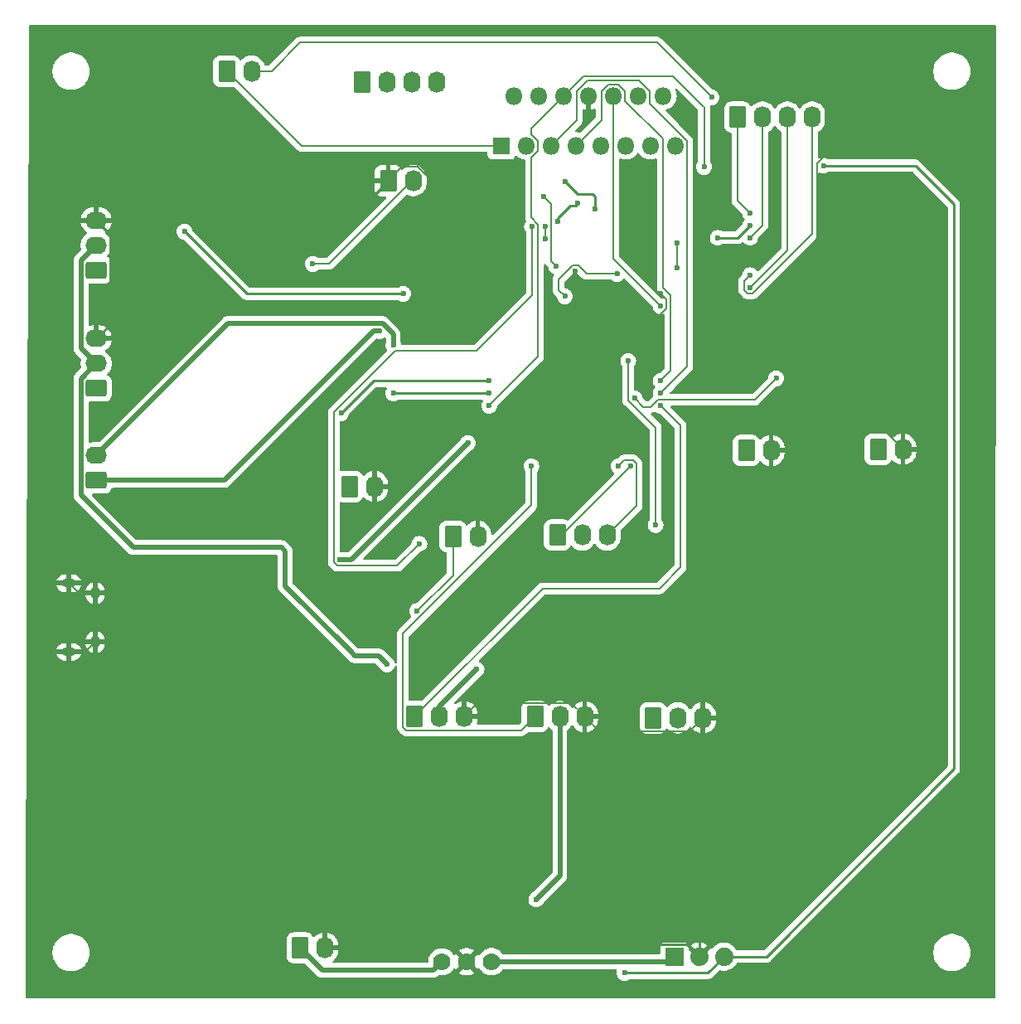
<source format=gbr>
%TF.GenerationSoftware,KiCad,Pcbnew,8.0.8*%
%TF.CreationDate,2025-03-02T22:54:24-06:00*%
%TF.ProjectId,Third Design (PCBWay 1),54686972-6420-4446-9573-69676e202850,rev?*%
%TF.SameCoordinates,Original*%
%TF.FileFunction,Copper,L2,Bot*%
%TF.FilePolarity,Positive*%
%FSLAX46Y46*%
G04 Gerber Fmt 4.6, Leading zero omitted, Abs format (unit mm)*
G04 Created by KiCad (PCBNEW 8.0.8) date 2025-03-02 22:54:24*
%MOMM*%
%LPD*%
G01*
G04 APERTURE LIST*
G04 Aperture macros list*
%AMRoundRect*
0 Rectangle with rounded corners*
0 $1 Rounding radius*
0 $2 $3 $4 $5 $6 $7 $8 $9 X,Y pos of 4 corners*
0 Add a 4 corners polygon primitive as box body*
4,1,4,$2,$3,$4,$5,$6,$7,$8,$9,$2,$3,0*
0 Add four circle primitives for the rounded corners*
1,1,$1+$1,$2,$3*
1,1,$1+$1,$4,$5*
1,1,$1+$1,$6,$7*
1,1,$1+$1,$8,$9*
0 Add four rect primitives between the rounded corners*
20,1,$1+$1,$2,$3,$4,$5,0*
20,1,$1+$1,$4,$5,$6,$7,0*
20,1,$1+$1,$6,$7,$8,$9,0*
20,1,$1+$1,$8,$9,$2,$3,0*%
G04 Aperture macros list end*
%TA.AperFunction,ComponentPad*%
%ADD10RoundRect,0.250000X-0.620000X-0.845000X0.620000X-0.845000X0.620000X0.845000X-0.620000X0.845000X0*%
%TD*%
%TA.AperFunction,ComponentPad*%
%ADD11O,1.740000X2.190000*%
%TD*%
%TA.AperFunction,ComponentPad*%
%ADD12RoundRect,0.250000X0.845000X-0.620000X0.845000X0.620000X-0.845000X0.620000X-0.845000X-0.620000X0*%
%TD*%
%TA.AperFunction,ComponentPad*%
%ADD13O,2.190000X1.740000*%
%TD*%
%TA.AperFunction,ComponentPad*%
%ADD14O,1.550000X0.775000*%
%TD*%
%TA.AperFunction,ComponentPad*%
%ADD15O,0.950000X1.300000*%
%TD*%
%TA.AperFunction,HeatsinkPad*%
%ADD16C,0.600000*%
%TD*%
%TA.AperFunction,ComponentPad*%
%ADD17C,1.778000*%
%TD*%
%TA.AperFunction,ComponentPad*%
%ADD18R,1.879600X1.879600*%
%TD*%
%TA.AperFunction,ComponentPad*%
%ADD19C,1.879600*%
%TD*%
%TA.AperFunction,ComponentPad*%
%ADD20R,1.800000X1.800000*%
%TD*%
%TA.AperFunction,ComponentPad*%
%ADD21O,1.800000X1.800000*%
%TD*%
%TA.AperFunction,ViaPad*%
%ADD22C,0.600000*%
%TD*%
%TA.AperFunction,Conductor*%
%ADD23C,0.200000*%
%TD*%
%TA.AperFunction,Conductor*%
%ADD24C,0.254000*%
%TD*%
%TA.AperFunction,Conductor*%
%ADD25C,0.508000*%
%TD*%
G04 APERTURE END LIST*
D10*
%TO.P,J7,1,Pin_1*%
%TO.N,Net-(J7-Pin_1)*%
X133477000Y-97409000D03*
D11*
%TO.P,J7,2,Pin_2*%
%TO.N,GND*%
X136017000Y-97409000D03*
%TD*%
D12*
%TO.P,J2,1,Pin_1*%
%TO.N,/Shaker Servo Signal 1*%
X107569000Y-87376000D03*
D13*
%TO.P,J2,2,Pin_2*%
%TO.N,+5V*%
X107569000Y-84836000D03*
%TO.P,J2,3,Pin_3*%
%TO.N,GND*%
X107569000Y-82296000D03*
%TD*%
D14*
%TO.P,J18,SH1,SHIELD*%
%TO.N,GND*%
X104775000Y-107284000D03*
%TO.P,J18,SH4,SHIELD__3*%
X104775000Y-114284000D03*
D15*
%TO.P,J18,SH5,SHIELD__4*%
X107475000Y-108284000D03*
%TO.P,J18,SH6,SHIELD__5*%
X107475000Y-113284000D03*
%TD*%
D10*
%TO.P,J9,1,Pin_1*%
%TO.N,Net-(J9-Pin_1)*%
X144018000Y-102489000D03*
D11*
%TO.P,J9,2,Pin_2*%
%TO.N,GND*%
X146558000Y-102489000D03*
%TD*%
D10*
%TO.P,J3,1,Pin_1*%
%TO.N,Net-(J3-Pin_1)*%
X154686000Y-102362000D03*
D11*
%TO.P,J3,2,Pin_2*%
%TO.N,Net-(J3-Pin_2)*%
X157226000Y-102362000D03*
%TO.P,J3,3,Pin_3*%
%TO.N,Net-(J3-Pin_3)*%
X159766000Y-102362000D03*
%TD*%
D12*
%TO.P,J19,1,Pin_1*%
%TO.N,Net-(J19-Pin_1)*%
X107569000Y-96774000D03*
D13*
%TO.P,J19,2,Pin_2*%
%TO.N,Net-(J19-Pin_2)*%
X107569000Y-94234000D03*
%TD*%
D10*
%TO.P,J10,1,Pin_1*%
%TO.N,Net-(J10-Pin_1)*%
X120904000Y-54991000D03*
D11*
%TO.P,J10,2,Pin_2*%
%TO.N,Net-(J10-Pin_2)*%
X123444000Y-54991000D03*
%TD*%
D10*
%TO.P,J6,1,Pin_1*%
%TO.N,Net-(J6-Pin_1)*%
X187452000Y-93599000D03*
D11*
%TO.P,J6,2,Pin_2*%
%TO.N,GND*%
X189992000Y-93599000D03*
%TD*%
D16*
%TO.P,U2,39,GND*%
%TO.N,GND*%
X153577000Y-84589000D03*
X153577000Y-85989000D03*
X154277000Y-83889000D03*
X154277000Y-85289000D03*
X154277000Y-86689000D03*
X154977000Y-84589000D03*
X154977000Y-85989000D03*
X155677000Y-83889000D03*
X155677000Y-85289000D03*
X155677000Y-86689000D03*
X156377000Y-84589000D03*
X156377000Y-85989000D03*
%TD*%
D10*
%TO.P,J5,1,Pin_1*%
%TO.N,Net-(J5-Pin_1)*%
X134747000Y-56134000D03*
D11*
%TO.P,J5,2,Pin_2*%
%TO.N,Net-(J5-Pin_2)*%
X137287000Y-56134000D03*
%TO.P,J5,3,Pin_3*%
%TO.N,Net-(J5-Pin_3)*%
X139827000Y-56134000D03*
%TO.P,J5,4,Pin_4*%
%TO.N,Net-(J5-Pin_4)*%
X142367000Y-56134000D03*
%TD*%
D17*
%TO.P,U3,1,INPUT*%
%TO.N,+12V*%
X142875000Y-145923000D03*
%TO.P,U3,2,GROUND*%
%TO.N,GND*%
X145415000Y-145923000D03*
%TO.P,U3,3,OUTPUT*%
%TO.N,+5V*%
X147955000Y-145923000D03*
%TD*%
D18*
%TO.P,U1,1,IN*%
%TO.N,+5V*%
X166624000Y-145415000D03*
D19*
%TO.P,U1,2,GND*%
%TO.N,GND*%
X169164000Y-145415000D03*
%TO.P,U1,3,OUT*%
%TO.N,+3.3V*%
X171704000Y-145415000D03*
%TD*%
D12*
%TO.P,J17,1,Pin_1*%
%TO.N,/Shaker Servo Signal 2*%
X107569000Y-75311000D03*
D13*
%TO.P,J17,2,Pin_2*%
%TO.N,+5V*%
X107569000Y-72771000D03*
%TO.P,J17,3,Pin_3*%
%TO.N,GND*%
X107569000Y-70231000D03*
%TD*%
D10*
%TO.P,J11,1,Pin_1*%
%TO.N,/Excitation +*%
X173101000Y-59690000D03*
D11*
%TO.P,J11,2,Pin_2*%
%TO.N,/Excitation -*%
X175641000Y-59690000D03*
%TO.P,J11,3,Pin_3*%
%TO.N,/Signal +*%
X178181000Y-59690000D03*
%TO.P,J11,4,Pin_4*%
%TO.N,/Singal -*%
X180721000Y-59690000D03*
%TD*%
D10*
%TO.P,J16,1,Pin_1*%
%TO.N,GND*%
X137414000Y-66167000D03*
D11*
%TO.P,J16,2,Pin_2*%
%TO.N,Net-(J16-Pin_2)*%
X139954000Y-66167000D03*
%TD*%
D10*
%TO.P,J15,1,Pin_1*%
%TO.N,/Servo Signal 1*%
X164465000Y-121031000D03*
D11*
%TO.P,J15,2,Pin_2*%
%TO.N,+5V*%
X167005000Y-121031000D03*
%TO.P,J15,3,Pin_3*%
%TO.N,GND*%
X169545000Y-121031000D03*
%TD*%
D10*
%TO.P,J1,1,Pin_1*%
%TO.N,+12V*%
X128397000Y-144526000D03*
D11*
%TO.P,J1,2,Pin_2*%
%TO.N,GND*%
X130937000Y-144526000D03*
%TD*%
D10*
%TO.P,J14,1,Pin_1*%
%TO.N,/Servo Signal 3*%
X152400000Y-120904000D03*
D11*
%TO.P,J14,2,Pin_2*%
%TO.N,+5V*%
X154940000Y-120904000D03*
%TO.P,J14,3,Pin_3*%
%TO.N,GND*%
X157480000Y-120904000D03*
%TD*%
D10*
%TO.P,J13,1,Pin_1*%
%TO.N,/Servo Signal 2*%
X140081000Y-120904000D03*
D11*
%TO.P,J13,2,Pin_2*%
%TO.N,+5V*%
X142621000Y-120904000D03*
%TO.P,J13,3,Pin_3*%
%TO.N,GND*%
X145161000Y-120904000D03*
%TD*%
D20*
%TO.P,U5,1,SENSE_A*%
%TO.N,Net-(J10-Pin_1)*%
X148971000Y-62611000D03*
D21*
%TO.P,U5,2,OUT1*%
%TO.N,Net-(J5-Pin_1)*%
X150241000Y-57531000D03*
%TO.P,U5,3,OUT2*%
%TO.N,Net-(J5-Pin_2)*%
X151511000Y-62611000D03*
%TO.P,U5,4,Vs*%
%TO.N,+12V*%
X152781000Y-57531000D03*
%TO.P,U5,5,IN1*%
%TO.N,/Stepper Driver IN1*%
X154051000Y-62611000D03*
%TO.P,U5,6,EnA*%
%TO.N,/Step Driver Speed*%
X155321000Y-57531000D03*
%TO.P,U5,7,IN2*%
%TO.N,/Stepper Driver IN2*%
X156591000Y-62611000D03*
%TO.P,U5,8,GND*%
%TO.N,GND*%
X157861000Y-57531000D03*
%TO.P,U5,9,Vss*%
%TO.N,+5V*%
X159131000Y-62611000D03*
%TO.P,U5,10,IN3*%
%TO.N,/Stepper Driver IN3*%
X160401000Y-57531000D03*
%TO.P,U5,11,EnB*%
%TO.N,/Step Driver Speed*%
X161671000Y-62611000D03*
%TO.P,U5,12,IN4*%
%TO.N,/Stepper Driver IN4*%
X162941000Y-57531000D03*
%TO.P,U5,13,OUT3*%
%TO.N,Net-(J5-Pin_3)*%
X164211000Y-62611000D03*
%TO.P,U5,14,OUT4*%
%TO.N,Net-(J5-Pin_4)*%
X165481000Y-57531000D03*
%TO.P,U5,15,SENSE_B*%
%TO.N,Net-(J10-Pin_2)*%
X166751000Y-62611000D03*
%TD*%
D10*
%TO.P,J8,1,Pin_1*%
%TO.N,Net-(J8-Pin_1)*%
X173990000Y-93726000D03*
D11*
%TO.P,J8,2,Pin_2*%
%TO.N,GND*%
X176530000Y-93726000D03*
%TD*%
D22*
%TO.N,/VBUS*%
X153416000Y-72136000D03*
X153416000Y-70866000D03*
X152101094Y-70875906D03*
%TO.N,Net-(U7-WAKEUP)*%
X155448000Y-77978000D03*
%TO.N,/D+*%
X158496000Y-69053000D03*
%TO.N,/D-*%
X154686000Y-70323000D03*
%TO.N,GND*%
X176403000Y-55118000D03*
X175176000Y-135255000D03*
X150762000Y-95329000D03*
X147727000Y-77724000D03*
X156464000Y-75438000D03*
X165227000Y-77724000D03*
X151892000Y-110871000D03*
X181229000Y-130683000D03*
%TO.N,+3.3V*%
X181864000Y-64643000D03*
X138938000Y-77724000D03*
X161544000Y-147066000D03*
X174371000Y-70739000D03*
X116586000Y-71374000D03*
X171069000Y-72009000D03*
%TO.N,Net-(J3-Pin_3)*%
X160922000Y-95329000D03*
%TO.N,Net-(J3-Pin_1)*%
X162192000Y-95329000D03*
%TO.N,Net-(J9-Pin_1)*%
X140367000Y-110109000D03*
%TO.N,Net-(J10-Pin_2)*%
X170434000Y-57658000D03*
%TO.N,/Singal -*%
X174371000Y-75819000D03*
%TO.N,/Excitation +*%
X174371000Y-69469000D03*
%TO.N,/Signal +*%
X174371000Y-77089000D03*
%TO.N,/Excitation -*%
X174371000Y-72009000D03*
%TO.N,+5V*%
X152527000Y-139573000D03*
X146431000Y-116078000D03*
X137287000Y-115570000D03*
%TO.N,/Servo Signal 2*%
X165227000Y-89154000D03*
%TO.N,/Servo Signal 3*%
X152032000Y-95329000D03*
%TO.N,Net-(J16-Pin_2)*%
X129699000Y-74676000D03*
%TO.N,/D-*%
X156768997Y-68483598D03*
%TO.N,/D+*%
X155448000Y-66294000D03*
%TO.N,Net-(J19-Pin_1)*%
X136525000Y-81534000D03*
%TO.N,Net-(J19-Pin_2)*%
X137922000Y-82931000D03*
%TO.N,Net-(Q1-G)*%
X164719000Y-101346000D03*
X161925000Y-84582000D03*
%TO.N,Net-(U7-SUSPEND)*%
X177038000Y-86360000D03*
X162560000Y-88392000D03*
%TO.N,/Dispensing LED*%
X145542000Y-92964000D03*
X132461000Y-104902000D03*
%TO.N,Net-(U7-SUSPENDB)*%
X153311000Y-67818000D03*
X154559000Y-74930000D03*
%TO.N,Net-(U7-WAKEUP)*%
X166878000Y-75057000D03*
X160782000Y-75692000D03*
X166878000Y-72517000D03*
%TO.N,/VBUS*%
X140589000Y-103251000D03*
%TO.N,/Stepper Driver IN3*%
X165227000Y-78994000D03*
%TO.N,/Stepper Driver IN1*%
X165227000Y-87884000D03*
%TO.N,/Stepper Driver IN2*%
X165227000Y-86614000D03*
%TO.N,/Step Driver Speed*%
X147727000Y-89154000D03*
X169672000Y-64770000D03*
%TO.N,/Shaker Servo Signal 1*%
X132588000Y-89916000D03*
X147727000Y-86614000D03*
%TO.N,/Shaker Servo Signal 2*%
X137922000Y-87884000D03*
X147701000Y-87884000D03*
%TD*%
D23*
%TO.N,GND*%
X156377000Y-84589000D02*
X157077000Y-83889000D01*
X157077000Y-83889000D02*
X161180529Y-83889000D01*
X161180529Y-83889000D02*
X165827000Y-79242529D01*
X165827000Y-78324000D02*
X165227000Y-77724000D01*
X165827000Y-79242529D02*
X165827000Y-78324000D01*
X156464000Y-75438000D02*
X156464000Y-82402000D01*
X156464000Y-82402000D02*
X155677000Y-83189000D01*
X155677000Y-83189000D02*
X155677000Y-83889000D01*
%TO.N,Net-(U7-SUSPENDB)*%
X154559000Y-74930000D02*
X154051000Y-74422000D01*
X154051000Y-74422000D02*
X154051000Y-68558000D01*
X154051000Y-68558000D02*
X153311000Y-67818000D01*
D24*
%TO.N,/D-*%
X155964000Y-68699000D02*
X156553595Y-68699000D01*
X154686000Y-70323000D02*
X154686000Y-69977000D01*
X154686000Y-69977000D02*
X155964000Y-68699000D01*
X156553595Y-68699000D02*
X156768997Y-68483598D01*
D23*
%TO.N,Net-(J3-Pin_1)*%
X162192000Y-95329000D02*
X155159000Y-102362000D01*
X155159000Y-102362000D02*
X154686000Y-102362000D01*
%TO.N,/VBUS*%
X153416000Y-70866000D02*
X153416000Y-72136000D01*
X152111000Y-70885811D02*
X152110999Y-70885811D01*
X152110999Y-70885811D02*
X152101094Y-70875906D01*
%TO.N,Net-(U7-WAKEUP)*%
X155448000Y-77978000D02*
X154813000Y-77343000D01*
X156215471Y-74838000D02*
X156824374Y-74838000D01*
X154813000Y-76240471D02*
X156215471Y-74838000D01*
X157678374Y-75692000D02*
X160782000Y-75692000D01*
X156824374Y-74838000D02*
X157678374Y-75692000D01*
X154813000Y-77343000D02*
X154813000Y-76240471D01*
D24*
%TO.N,/D+*%
X158496000Y-69053000D02*
X158496000Y-67818000D01*
X158496000Y-67818000D02*
X158250000Y-67572000D01*
X158250000Y-67572000D02*
X156726000Y-67572000D01*
X156726000Y-67572000D02*
X155448000Y-66294000D01*
D23*
%TO.N,/Step Driver Speed*%
X152019000Y-61421943D02*
X152711000Y-62113943D01*
X152711000Y-70637282D02*
X152711000Y-84170000D01*
X152711000Y-62113943D02*
X152711000Y-63108057D01*
X155321000Y-57531000D02*
X152019000Y-60833000D01*
X152019000Y-60833000D02*
X152019000Y-61421943D01*
X152711000Y-63108057D02*
X152019000Y-63800057D01*
X152019000Y-63800057D02*
X152019000Y-69945282D01*
X152019000Y-69945282D02*
X152711000Y-70637282D01*
X152711000Y-84170000D02*
X147727000Y-89154000D01*
%TO.N,GND*%
X104775000Y-114284000D02*
X106475000Y-114284000D01*
X106475000Y-114284000D02*
X107475000Y-113284000D01*
X104775000Y-107284000D02*
X104775000Y-114284000D01*
X107475000Y-108284000D02*
X105775000Y-108284000D01*
X105775000Y-108284000D02*
X104775000Y-107284000D01*
X176403000Y-55118000D02*
X179197000Y-55118000D01*
X179197000Y-55118000D02*
X182112529Y-58033529D01*
X182112529Y-58033529D02*
X182112529Y-63545942D01*
X182112529Y-63545942D02*
X181264000Y-64394471D01*
X181264000Y-64394471D02*
X181264000Y-84871000D01*
X181264000Y-84871000D02*
X189992000Y-93599000D01*
X154977000Y-84589000D02*
X154977000Y-85989000D01*
D24*
X107569000Y-70231000D02*
X133350000Y-70231000D01*
D23*
X144018000Y-144526000D02*
X130937000Y-144526000D01*
D24*
X147189800Y-144148200D02*
X145415000Y-145923000D01*
D23*
X147727000Y-72060370D02*
X147727000Y-77724000D01*
D24*
X108991000Y-80874000D02*
X107569000Y-82296000D01*
X167897200Y-144148200D02*
X147189800Y-144148200D01*
X169164000Y-141267000D02*
X175176000Y-135255000D01*
D23*
X145415000Y-145923000D02*
X144018000Y-144526000D01*
D24*
X107569000Y-70231000D02*
X108991000Y-71653000D01*
D23*
X157480000Y-120904000D02*
X156085000Y-119509000D01*
X146558000Y-99533000D02*
X150762000Y-95329000D01*
X159002000Y-122426000D02*
X157480000Y-120904000D01*
X169545000Y-121031000D02*
X168150000Y-122426000D01*
D24*
X108991000Y-71653000D02*
X108991000Y-80874000D01*
D23*
X157480000Y-116459000D02*
X157480000Y-120904000D01*
D24*
X169164000Y-145415000D02*
X167897200Y-144148200D01*
D23*
X146558000Y-102489000D02*
X146558000Y-99533000D01*
D24*
X169164000Y-145415000D02*
X169164000Y-141267000D01*
D23*
X137414000Y-66167000D02*
X138809000Y-64772000D01*
X156085000Y-119509000D02*
X146556000Y-119509000D01*
X168150000Y-122426000D02*
X159002000Y-122426000D01*
X146556000Y-119509000D02*
X145161000Y-120904000D01*
D24*
X133350000Y-70231000D02*
X137414000Y-66167000D01*
D23*
X138809000Y-64772000D02*
X140438630Y-64772000D01*
X151892000Y-110871000D02*
X157480000Y-116459000D01*
X140438630Y-64772000D02*
X147727000Y-72060370D01*
D24*
%TO.N,+3.3V*%
X161544000Y-147066000D02*
X170053000Y-147066000D01*
X171069000Y-72009000D02*
X173101000Y-72009000D01*
X194691000Y-68072000D02*
X191262000Y-64643000D01*
X191262000Y-64643000D02*
X181864000Y-64643000D01*
X138938000Y-77724000D02*
X122936000Y-77724000D01*
X171704000Y-145415000D02*
X176022000Y-145415000D01*
X122936000Y-77724000D02*
X116586000Y-71374000D01*
X195199000Y-126238000D02*
X195199000Y-68580000D01*
X170053000Y-147066000D02*
X171704000Y-145415000D01*
X173101000Y-72009000D02*
X174371000Y-70739000D01*
X176022000Y-145415000D02*
X195199000Y-126238000D01*
X195199000Y-68580000D02*
X194691000Y-68072000D01*
D25*
%TO.N,+12V*%
X128397000Y-144526000D02*
X130682999Y-146811999D01*
X130682999Y-146811999D02*
X141986001Y-146811999D01*
X141986001Y-146811999D02*
X142875000Y-145923000D01*
D23*
%TO.N,Net-(J3-Pin_3)*%
X162792000Y-95080471D02*
X162440529Y-94729000D01*
X162792000Y-99336000D02*
X162792000Y-95080471D01*
X162440529Y-94729000D02*
X161522000Y-94729000D01*
X159766000Y-102362000D02*
X162792000Y-99336000D01*
X161522000Y-94729000D02*
X160922000Y-95329000D01*
%TO.N,Net-(J9-Pin_1)*%
X144018000Y-102489000D02*
X144018000Y-106458000D01*
X144018000Y-106458000D02*
X140367000Y-110109000D01*
%TO.N,Net-(J10-Pin_1)*%
X148971000Y-62611000D02*
X128524000Y-62611000D01*
X128524000Y-62611000D02*
X120904000Y-54991000D01*
%TO.N,Net-(J10-Pin_2)*%
X125476000Y-54991000D02*
X123444000Y-54991000D01*
X164846000Y-52070000D02*
X128397000Y-52070000D01*
X170434000Y-57658000D02*
X164846000Y-52070000D01*
X128397000Y-52070000D02*
X125476000Y-54991000D01*
%TO.N,/Singal -*%
X173771000Y-77337529D02*
X173771000Y-76419000D01*
X173771000Y-76419000D02*
X174371000Y-75819000D01*
X180721000Y-59690000D02*
X180721000Y-71587529D01*
X180721000Y-71587529D02*
X174619529Y-77689000D01*
X174619529Y-77689000D02*
X174122471Y-77689000D01*
X174122471Y-77689000D02*
X173771000Y-77337529D01*
%TO.N,/Excitation +*%
X173101000Y-68199000D02*
X174371000Y-69469000D01*
X173101000Y-59690000D02*
X173101000Y-68199000D01*
%TO.N,/Signal +*%
X178181000Y-59690000D02*
X178181000Y-73279000D01*
X178181000Y-73279000D02*
X174371000Y-77089000D01*
%TO.N,/Excitation -*%
X175641000Y-59690000D02*
X175641000Y-70739000D01*
X175641000Y-70739000D02*
X174371000Y-72009000D01*
D25*
%TO.N,+5V*%
X136398000Y-114681000D02*
X137287000Y-115570000D01*
X133604000Y-114300000D02*
X133985000Y-114681000D01*
X126873000Y-104013000D02*
X126873000Y-107569000D01*
X142621000Y-119888000D02*
X142621000Y-120904000D01*
X154940000Y-137160000D02*
X152527000Y-139573000D01*
X126873000Y-107569000D02*
X133604000Y-114300000D01*
X111379000Y-103632000D02*
X126492000Y-103632000D01*
X106020000Y-74320000D02*
X107569000Y-72771000D01*
X154940000Y-120904000D02*
X154940000Y-137160000D01*
X106020000Y-86385000D02*
X106020000Y-98273000D01*
X146431000Y-116078000D02*
X142621000Y-119888000D01*
X166116000Y-145923000D02*
X166624000Y-145415000D01*
X107569000Y-84836000D02*
X106020000Y-83287000D01*
X147955000Y-145923000D02*
X166116000Y-145923000D01*
X133985000Y-114681000D02*
X136398000Y-114681000D01*
X106020000Y-83287000D02*
X106020000Y-74320000D01*
X126492000Y-103632000D02*
X126873000Y-104013000D01*
X106020000Y-98273000D02*
X111379000Y-103632000D01*
X107569000Y-84836000D02*
X106020000Y-86385000D01*
D23*
%TO.N,/Servo Signal 2*%
X153162000Y-107823000D02*
X165100000Y-107823000D01*
X167259000Y-105664000D02*
X167259000Y-91186000D01*
X165100000Y-107823000D02*
X167259000Y-105664000D01*
X167259000Y-91186000D02*
X165227000Y-89154000D01*
X140081000Y-120904000D02*
X153162000Y-107823000D01*
%TO.N,/Servo Signal 3*%
X152032000Y-99301000D02*
X152032000Y-95329000D01*
X151005000Y-122299000D02*
X139226256Y-122299000D01*
X138911000Y-121983744D02*
X138911000Y-112422000D01*
X152400000Y-120904000D02*
X151005000Y-122299000D01*
X138911000Y-112422000D02*
X152032000Y-99301000D01*
X139226256Y-122299000D02*
X138911000Y-121983744D01*
%TO.N,Net-(J16-Pin_2)*%
X139954000Y-66167000D02*
X139827000Y-66167000D01*
X131318000Y-74676000D02*
X129699000Y-74676000D01*
X139827000Y-66167000D02*
X131318000Y-74676000D01*
D25*
%TO.N,Net-(J19-Pin_1)*%
X120650000Y-96774000D02*
X107569000Y-96774000D01*
X136525000Y-81534000D02*
X135890000Y-81534000D01*
X135890000Y-81534000D02*
X120650000Y-96774000D01*
%TO.N,Net-(J19-Pin_2)*%
X136837318Y-80780000D02*
X121023000Y-80780000D01*
X137922000Y-81864682D02*
X136837318Y-80780000D01*
X121023000Y-80780000D02*
X107569000Y-94234000D01*
X137922000Y-82931000D02*
X137922000Y-81864682D01*
D23*
%TO.N,Net-(Q1-G)*%
X161925000Y-88605529D02*
X161925000Y-84582000D01*
X164719000Y-91399529D02*
X161925000Y-88605529D01*
X164719000Y-101346000D02*
X164719000Y-91399529D01*
%TO.N,Net-(U7-SUSPEND)*%
X164978471Y-88554000D02*
X174844000Y-88554000D01*
X163449000Y-89281000D02*
X164251471Y-89281000D01*
X174844000Y-88554000D02*
X177038000Y-86360000D01*
X164251471Y-89281000D02*
X164978471Y-88554000D01*
X162560000Y-88392000D02*
X163449000Y-89281000D01*
D25*
%TO.N,/Dispensing LED*%
X145542000Y-92964000D02*
X133604000Y-104902000D01*
X133604000Y-104902000D02*
X132461000Y-104902000D01*
D23*
%TO.N,Net-(U7-WAKEUP)*%
X166878000Y-72517000D02*
X166878000Y-75057000D01*
%TO.N,/VBUS*%
X152111000Y-77886000D02*
X152111000Y-70885811D01*
X131861000Y-89794471D02*
X138124471Y-83531000D01*
X131861000Y-105150529D02*
X131861000Y-89794471D01*
X138338000Y-105502000D02*
X132212471Y-105502000D01*
X140589000Y-103251000D02*
X138338000Y-105502000D01*
X146466000Y-83531000D02*
X152111000Y-77886000D01*
X132212471Y-105502000D02*
X131861000Y-105150529D01*
X138124471Y-83531000D02*
X146466000Y-83531000D01*
%TO.N,/Stepper Driver IN3*%
X160401000Y-74168000D02*
X165227000Y-78994000D01*
X160401000Y-57531000D02*
X160401000Y-74168000D01*
%TO.N,/Stepper Driver IN1*%
X164141000Y-57033943D02*
X164141000Y-58303943D01*
X164141000Y-58303943D02*
X167951000Y-62113943D01*
X163038057Y-55931000D02*
X164141000Y-57033943D01*
X167951000Y-62113943D02*
X167951000Y-85160000D01*
X156661000Y-57033943D02*
X157763943Y-55931000D01*
X156661000Y-60001000D02*
X156661000Y-57033943D01*
X167951000Y-85160000D02*
X165227000Y-87884000D01*
X157763943Y-55931000D02*
X163038057Y-55931000D01*
X154051000Y-62611000D02*
X156661000Y-60001000D01*
%TO.N,/Stepper Driver IN2*%
X159903943Y-56331000D02*
X160898057Y-56331000D01*
X165475529Y-77124000D02*
X166227000Y-77875471D01*
X161601000Y-58028057D02*
X165475529Y-61902586D01*
X165475529Y-61902586D02*
X165475529Y-77124000D01*
X161601000Y-57033943D02*
X161601000Y-58028057D01*
X156591000Y-62611000D02*
X159201000Y-60001000D01*
X159201000Y-57033943D02*
X159903943Y-56331000D01*
X166227000Y-77875471D02*
X166227000Y-85614000D01*
X166227000Y-85614000D02*
X165227000Y-86614000D01*
X160898057Y-56331000D02*
X161601000Y-57033943D01*
X159201000Y-60001000D02*
X159201000Y-57033943D01*
%TO.N,/Step Driver Speed*%
X169545000Y-58547000D02*
X169672000Y-58674000D01*
X169672000Y-58674000D02*
X169672000Y-64770000D01*
X157321000Y-55531000D02*
X166529000Y-55531000D01*
X166529000Y-55531000D02*
X169545000Y-58547000D01*
X155321000Y-57531000D02*
X157321000Y-55531000D01*
D24*
%TO.N,/Shaker Servo Signal 1*%
X132588000Y-89916000D02*
X135890000Y-86614000D01*
X135890000Y-86614000D02*
X147727000Y-86614000D01*
%TO.N,/Shaker Servo Signal 2*%
X137922000Y-87884000D02*
X147701000Y-87884000D01*
D23*
%TO.N,GND*%
X176530000Y-125984000D02*
X176530000Y-93726000D01*
X182753000Y-132207000D02*
X176530000Y-125984000D01*
X171577000Y-121031000D02*
X169545000Y-121031000D01*
X182753000Y-132207000D02*
X171577000Y-121031000D01*
X181229000Y-130683000D02*
X182753000Y-132207000D01*
%TD*%
%TA.AperFunction,Conductor*%
%TO.N,GND*%
G36*
X153516703Y-74711210D02*
G01*
X153542886Y-74742921D01*
X153547403Y-74750745D01*
X153570479Y-74790715D01*
X153689349Y-74909585D01*
X153689355Y-74909590D01*
X153728298Y-74948533D01*
X153761783Y-75009856D01*
X153763837Y-75022330D01*
X153773630Y-75109249D01*
X153833210Y-75279521D01*
X153913010Y-75406522D01*
X153929184Y-75432262D01*
X154056738Y-75559816D01*
X154109162Y-75592756D01*
X154209478Y-75655789D01*
X154275354Y-75678840D01*
X154332130Y-75719562D01*
X154357878Y-75784514D01*
X154344422Y-75853076D01*
X154332781Y-75871362D01*
X154332477Y-75871757D01*
X154293957Y-75938478D01*
X154293957Y-75938480D01*
X154253423Y-76008685D01*
X154253423Y-76008686D01*
X154212499Y-76161414D01*
X154212499Y-76161416D01*
X154212499Y-76329517D01*
X154212500Y-76329530D01*
X154212500Y-77256330D01*
X154212499Y-77256348D01*
X154212499Y-77422054D01*
X154212498Y-77422054D01*
X154253424Y-77574787D01*
X154262935Y-77591260D01*
X154262936Y-77591262D01*
X154332477Y-77711712D01*
X154332481Y-77711717D01*
X154451349Y-77830585D01*
X154451355Y-77830590D01*
X154617298Y-77996533D01*
X154650783Y-78057856D01*
X154652837Y-78070330D01*
X154662630Y-78157249D01*
X154722210Y-78327521D01*
X154818184Y-78480262D01*
X154945738Y-78607816D01*
X155098478Y-78703789D01*
X155268745Y-78763368D01*
X155268750Y-78763369D01*
X155447996Y-78783565D01*
X155448000Y-78783565D01*
X155448004Y-78783565D01*
X155627249Y-78763369D01*
X155627252Y-78763368D01*
X155627255Y-78763368D01*
X155797522Y-78703789D01*
X155950262Y-78607816D01*
X156077816Y-78480262D01*
X156173789Y-78327522D01*
X156233368Y-78157255D01*
X156237114Y-78124008D01*
X156253565Y-77978003D01*
X156253565Y-77977996D01*
X156233369Y-77798750D01*
X156233368Y-77798745D01*
X156207215Y-77724003D01*
X156173789Y-77628478D01*
X156163174Y-77611585D01*
X156097309Y-77506761D01*
X156077816Y-77475738D01*
X155950262Y-77348184D01*
X155797521Y-77252210D01*
X155627249Y-77192630D01*
X155540332Y-77182837D01*
X155475918Y-77155770D01*
X155466535Y-77147298D01*
X155449819Y-77130582D01*
X155416334Y-77069259D01*
X155413500Y-77042901D01*
X155413500Y-76540568D01*
X155433185Y-76473529D01*
X155449819Y-76452887D01*
X156427888Y-75474819D01*
X156489211Y-75441334D01*
X156515569Y-75438500D01*
X156524277Y-75438500D01*
X156591316Y-75458185D01*
X156611958Y-75474819D01*
X157193513Y-76056374D01*
X157193523Y-76056385D01*
X157197853Y-76060715D01*
X157197854Y-76060716D01*
X157309658Y-76172520D01*
X157309660Y-76172521D01*
X157309664Y-76172524D01*
X157446583Y-76251573D01*
X157446590Y-76251577D01*
X157558393Y-76281534D01*
X157599316Y-76292500D01*
X157599317Y-76292500D01*
X160199588Y-76292500D01*
X160266627Y-76312185D01*
X160276903Y-76319555D01*
X160279736Y-76321814D01*
X160279738Y-76321816D01*
X160393270Y-76393152D01*
X160403619Y-76399656D01*
X160432478Y-76417789D01*
X160591774Y-76473529D01*
X160602745Y-76477368D01*
X160602750Y-76477369D01*
X160781996Y-76497565D01*
X160782000Y-76497565D01*
X160782004Y-76497565D01*
X160961249Y-76477369D01*
X160961252Y-76477368D01*
X160961255Y-76477368D01*
X161131522Y-76417789D01*
X161284262Y-76321816D01*
X161407243Y-76198834D01*
X161468562Y-76165352D01*
X161538254Y-76170336D01*
X161582601Y-76198836D01*
X162995349Y-77611585D01*
X164396298Y-79012534D01*
X164429783Y-79073857D01*
X164431837Y-79086331D01*
X164441630Y-79173249D01*
X164501210Y-79343521D01*
X164501211Y-79343522D01*
X164597184Y-79496262D01*
X164724738Y-79623816D01*
X164877478Y-79719789D01*
X165047742Y-79779367D01*
X165047745Y-79779368D01*
X165047750Y-79779369D01*
X165226996Y-79799565D01*
X165227000Y-79799565D01*
X165227004Y-79799565D01*
X165406249Y-79779369D01*
X165406250Y-79779368D01*
X165406255Y-79779368D01*
X165461545Y-79760020D01*
X165531322Y-79756458D01*
X165591950Y-79791186D01*
X165624178Y-79853179D01*
X165626500Y-79877062D01*
X165626500Y-85313902D01*
X165606815Y-85380941D01*
X165590181Y-85401583D01*
X165208465Y-85783298D01*
X165147142Y-85816783D01*
X165134668Y-85818837D01*
X165047750Y-85828630D01*
X164877478Y-85888210D01*
X164724737Y-85984184D01*
X164597184Y-86111737D01*
X164501211Y-86264476D01*
X164441631Y-86434745D01*
X164441630Y-86434750D01*
X164421435Y-86613996D01*
X164421435Y-86614003D01*
X164441630Y-86793249D01*
X164441631Y-86793254D01*
X164501211Y-86963523D01*
X164597184Y-87116262D01*
X164597185Y-87116263D01*
X164642241Y-87161320D01*
X164675725Y-87222643D01*
X164670740Y-87292335D01*
X164642241Y-87336680D01*
X164597184Y-87381737D01*
X164501211Y-87534476D01*
X164441631Y-87704745D01*
X164441630Y-87704750D01*
X164421435Y-87883996D01*
X164421435Y-87884003D01*
X164441630Y-88063249D01*
X164441632Y-88063257D01*
X164462128Y-88121832D01*
X164465689Y-88191611D01*
X164432767Y-88250467D01*
X164039055Y-88644181D01*
X163977732Y-88677666D01*
X163951374Y-88680500D01*
X163749097Y-88680500D01*
X163682058Y-88660815D01*
X163661416Y-88644181D01*
X163390700Y-88373465D01*
X163357215Y-88312142D01*
X163355163Y-88299686D01*
X163345368Y-88212745D01*
X163285789Y-88042478D01*
X163189816Y-87889738D01*
X163062262Y-87762184D01*
X163040161Y-87748297D01*
X162909523Y-87666211D01*
X162739254Y-87606631D01*
X162739250Y-87606630D01*
X162635616Y-87594954D01*
X162571202Y-87567887D01*
X162531647Y-87510292D01*
X162525500Y-87471734D01*
X162525500Y-85164412D01*
X162545185Y-85097373D01*
X162552555Y-85087097D01*
X162554810Y-85084267D01*
X162554816Y-85084262D01*
X162650789Y-84931522D01*
X162710368Y-84761255D01*
X162710369Y-84761249D01*
X162730565Y-84582003D01*
X162730565Y-84581996D01*
X162710369Y-84402750D01*
X162710368Y-84402745D01*
X162656590Y-84249056D01*
X162650789Y-84232478D01*
X162554816Y-84079738D01*
X162427262Y-83952184D01*
X162412931Y-83943179D01*
X162274523Y-83856211D01*
X162104254Y-83796631D01*
X162104249Y-83796630D01*
X161925004Y-83776435D01*
X161924996Y-83776435D01*
X161745750Y-83796630D01*
X161745745Y-83796631D01*
X161575476Y-83856211D01*
X161422737Y-83952184D01*
X161295184Y-84079737D01*
X161199211Y-84232476D01*
X161139631Y-84402745D01*
X161139630Y-84402750D01*
X161119435Y-84581996D01*
X161119435Y-84582003D01*
X161139630Y-84761249D01*
X161139631Y-84761254D01*
X161199211Y-84931523D01*
X161259515Y-85027496D01*
X161293095Y-85080938D01*
X161295185Y-85084263D01*
X161297445Y-85087097D01*
X161298334Y-85089275D01*
X161298889Y-85090158D01*
X161298734Y-85090255D01*
X161323855Y-85151783D01*
X161324500Y-85164412D01*
X161324500Y-88518859D01*
X161324499Y-88518877D01*
X161324499Y-88684583D01*
X161324498Y-88684583D01*
X161365423Y-88837314D01*
X161394358Y-88887429D01*
X161394359Y-88887433D01*
X161394360Y-88887433D01*
X161444479Y-88974243D01*
X161444481Y-88974246D01*
X161563349Y-89093114D01*
X161563355Y-89093119D01*
X164082181Y-91611945D01*
X164115666Y-91673268D01*
X164118500Y-91699626D01*
X164118500Y-100763587D01*
X164098815Y-100830626D01*
X164091450Y-100840896D01*
X164089186Y-100843734D01*
X163993211Y-100996476D01*
X163933631Y-101166745D01*
X163933630Y-101166750D01*
X163913435Y-101345996D01*
X163913435Y-101346003D01*
X163933630Y-101525249D01*
X163933631Y-101525254D01*
X163993211Y-101695523D01*
X164019963Y-101738098D01*
X164089184Y-101848262D01*
X164216738Y-101975816D01*
X164369478Y-102071789D01*
X164517723Y-102123662D01*
X164539745Y-102131368D01*
X164539750Y-102131369D01*
X164718996Y-102151565D01*
X164719000Y-102151565D01*
X164719004Y-102151565D01*
X164898249Y-102131369D01*
X164898252Y-102131368D01*
X164898255Y-102131368D01*
X165068522Y-102071789D01*
X165221262Y-101975816D01*
X165348816Y-101848262D01*
X165444789Y-101695522D01*
X165504368Y-101525255D01*
X165511277Y-101463938D01*
X165524565Y-101346003D01*
X165524565Y-101345996D01*
X165504369Y-101166750D01*
X165504368Y-101166745D01*
X165463968Y-101051288D01*
X165444789Y-100996478D01*
X165421357Y-100959187D01*
X165380084Y-100893501D01*
X165348816Y-100843738D01*
X165348814Y-100843736D01*
X165348813Y-100843734D01*
X165346550Y-100840896D01*
X165345659Y-100838715D01*
X165345111Y-100837842D01*
X165345264Y-100837745D01*
X165320144Y-100776209D01*
X165319500Y-100763587D01*
X165319500Y-91488589D01*
X165319501Y-91488576D01*
X165319501Y-91320473D01*
X165278576Y-91167743D01*
X165278573Y-91167738D01*
X165199524Y-91030819D01*
X165199518Y-91030811D01*
X164260619Y-90091912D01*
X164227134Y-90030589D01*
X164232118Y-89960897D01*
X164273990Y-89904964D01*
X164323046Y-89884984D01*
X164322677Y-89883604D01*
X164330525Y-89881501D01*
X164330528Y-89881501D01*
X164483256Y-89840577D01*
X164545743Y-89804500D01*
X164591473Y-89778097D01*
X164659372Y-89761624D01*
X164719445Y-89780490D01*
X164724737Y-89783815D01*
X164724738Y-89783816D01*
X164877478Y-89879789D01*
X165047745Y-89939368D01*
X165134669Y-89949161D01*
X165199080Y-89976226D01*
X165208465Y-89984700D01*
X166622181Y-91398416D01*
X166655666Y-91459739D01*
X166658500Y-91486097D01*
X166658500Y-105363903D01*
X166638815Y-105430942D01*
X166622181Y-105451584D01*
X164887584Y-107186181D01*
X164826261Y-107219666D01*
X164799903Y-107222500D01*
X153248670Y-107222500D01*
X153248654Y-107222499D01*
X153241058Y-107222499D01*
X153082943Y-107222499D01*
X153039007Y-107234272D01*
X152930214Y-107263423D01*
X152930209Y-107263426D01*
X152793290Y-107342475D01*
X152793282Y-107342481D01*
X140861861Y-119273902D01*
X140800538Y-119307387D01*
X140761582Y-119309579D01*
X140751028Y-119308501D01*
X140751012Y-119308500D01*
X140751009Y-119308500D01*
X140751004Y-119308500D01*
X139635500Y-119308500D01*
X139568461Y-119288815D01*
X139522706Y-119236011D01*
X139511500Y-119184500D01*
X139511500Y-112722096D01*
X139531185Y-112655057D01*
X139547814Y-112634420D01*
X150715251Y-101466983D01*
X153315500Y-101466983D01*
X153315500Y-103257001D01*
X153315501Y-103257018D01*
X153326000Y-103359796D01*
X153326001Y-103359799D01*
X153363584Y-103473216D01*
X153381186Y-103526334D01*
X153473288Y-103675656D01*
X153597344Y-103799712D01*
X153746666Y-103891814D01*
X153913203Y-103946999D01*
X154015991Y-103957500D01*
X155356008Y-103957499D01*
X155458797Y-103946999D01*
X155625334Y-103891814D01*
X155774656Y-103799712D01*
X155898712Y-103675656D01*
X155990814Y-103526334D01*
X155990817Y-103526322D01*
X155991129Y-103525657D01*
X155991469Y-103525269D01*
X155994605Y-103520187D01*
X155995473Y-103520722D01*
X156037299Y-103473216D01*
X156104491Y-103454060D01*
X156171373Y-103474272D01*
X156191195Y-103490375D01*
X156333179Y-103632359D01*
X156507701Y-103759157D01*
X156699911Y-103857092D01*
X156905074Y-103923754D01*
X156984973Y-103936408D01*
X157118134Y-103957500D01*
X157118139Y-103957500D01*
X157333866Y-103957500D01*
X157452667Y-103938683D01*
X157546926Y-103923754D01*
X157752089Y-103857092D01*
X157944299Y-103759157D01*
X158118821Y-103632359D01*
X158271359Y-103479821D01*
X158395682Y-103308704D01*
X158451012Y-103266040D01*
X158520626Y-103260061D01*
X158582420Y-103292667D01*
X158596315Y-103308702D01*
X158720641Y-103479821D01*
X158873179Y-103632359D01*
X159047701Y-103759157D01*
X159239911Y-103857092D01*
X159445074Y-103923754D01*
X159524973Y-103936408D01*
X159658134Y-103957500D01*
X159658139Y-103957500D01*
X159873866Y-103957500D01*
X159992667Y-103938683D01*
X160086926Y-103923754D01*
X160292089Y-103857092D01*
X160484299Y-103759157D01*
X160658821Y-103632359D01*
X160811359Y-103479821D01*
X160938157Y-103305299D01*
X161036092Y-103113089D01*
X161102754Y-102907926D01*
X161127967Y-102748737D01*
X161136500Y-102694866D01*
X161136500Y-102029141D01*
X161133925Y-102012882D01*
X161120622Y-101928895D01*
X161129576Y-101859606D01*
X161155411Y-101821822D01*
X163160713Y-99816521D01*
X163160716Y-99816520D01*
X163272520Y-99704716D01*
X163322639Y-99617904D01*
X163351577Y-99567785D01*
X163392500Y-99415058D01*
X163392500Y-99256943D01*
X163392500Y-95001414D01*
X163378100Y-94947671D01*
X163351577Y-94848686D01*
X163305814Y-94769423D01*
X163272520Y-94711755D01*
X163160716Y-94599951D01*
X163160715Y-94599950D01*
X163156385Y-94595620D01*
X163156374Y-94595610D01*
X162928119Y-94367355D01*
X162928117Y-94367352D01*
X162809246Y-94248481D01*
X162809245Y-94248480D01*
X162722433Y-94198360D01*
X162722433Y-94198359D01*
X162722429Y-94198358D01*
X162672314Y-94169423D01*
X162519586Y-94128499D01*
X162361472Y-94128499D01*
X162353876Y-94128499D01*
X162353860Y-94128500D01*
X161601057Y-94128500D01*
X161442943Y-94128500D01*
X161290215Y-94169423D01*
X161290214Y-94169423D01*
X161290212Y-94169424D01*
X161290209Y-94169425D01*
X161240096Y-94198359D01*
X161240095Y-94198360D01*
X161196689Y-94223420D01*
X161153285Y-94248479D01*
X161153282Y-94248481D01*
X161080764Y-94321000D01*
X161041480Y-94360284D01*
X161041478Y-94360286D01*
X160924863Y-94476901D01*
X160903465Y-94498299D01*
X160842142Y-94531783D01*
X160829668Y-94533837D01*
X160742750Y-94543630D01*
X160572478Y-94603210D01*
X160419737Y-94699184D01*
X160292184Y-94826737D01*
X160196211Y-94979476D01*
X160136631Y-95149745D01*
X160136630Y-95149750D01*
X160116435Y-95328996D01*
X160116435Y-95329003D01*
X160136630Y-95508249D01*
X160136631Y-95508254D01*
X160196211Y-95678523D01*
X160292184Y-95831262D01*
X160419739Y-95958817D01*
X160468147Y-95989234D01*
X160514437Y-96041569D01*
X160525085Y-96110622D01*
X160496710Y-96174470D01*
X160489855Y-96181908D01*
X155827174Y-100844589D01*
X155765851Y-100878074D01*
X155696159Y-100873090D01*
X155674398Y-100862448D01*
X155635919Y-100838715D01*
X155625334Y-100832186D01*
X155458797Y-100777001D01*
X155458795Y-100777000D01*
X155356010Y-100766500D01*
X154015998Y-100766500D01*
X154015981Y-100766501D01*
X153913203Y-100777000D01*
X153913200Y-100777001D01*
X153746668Y-100832185D01*
X153746663Y-100832187D01*
X153597342Y-100924289D01*
X153473289Y-101048342D01*
X153381187Y-101197663D01*
X153381186Y-101197666D01*
X153326001Y-101364203D01*
X153326001Y-101364204D01*
X153326000Y-101364204D01*
X153315500Y-101466983D01*
X150715251Y-101466983D01*
X152400713Y-99781521D01*
X152400716Y-99781520D01*
X152512520Y-99669716D01*
X152562639Y-99582904D01*
X152591577Y-99532785D01*
X152632500Y-99380057D01*
X152632500Y-99221943D01*
X152632500Y-95911412D01*
X152652185Y-95844373D01*
X152659555Y-95834097D01*
X152661810Y-95831267D01*
X152661816Y-95831262D01*
X152757789Y-95678522D01*
X152817368Y-95508255D01*
X152821771Y-95469181D01*
X152837565Y-95329003D01*
X152837565Y-95328996D01*
X152817369Y-95149750D01*
X152817368Y-95149745D01*
X152797731Y-95093627D01*
X152757789Y-94979478D01*
X152661816Y-94826738D01*
X152534262Y-94699184D01*
X152409862Y-94621018D01*
X152381523Y-94603211D01*
X152211254Y-94543631D01*
X152211249Y-94543630D01*
X152032004Y-94523435D01*
X152031996Y-94523435D01*
X151852750Y-94543630D01*
X151852745Y-94543631D01*
X151682476Y-94603211D01*
X151529737Y-94699184D01*
X151402184Y-94826737D01*
X151306211Y-94979476D01*
X151246631Y-95149745D01*
X151246630Y-95149750D01*
X151226435Y-95328996D01*
X151226435Y-95329003D01*
X151246630Y-95508249D01*
X151246631Y-95508254D01*
X151306211Y-95678523D01*
X151340256Y-95732704D01*
X151397622Y-95824002D01*
X151402185Y-95831263D01*
X151404445Y-95834097D01*
X151405334Y-95836275D01*
X151405889Y-95837158D01*
X151405734Y-95837255D01*
X151430855Y-95898783D01*
X151431500Y-95911412D01*
X151431500Y-99000903D01*
X151411815Y-99067942D01*
X151395181Y-99088584D01*
X148139681Y-102344084D01*
X148078358Y-102377569D01*
X148008666Y-102372585D01*
X147952733Y-102330713D01*
X147928316Y-102265249D01*
X147928000Y-102256403D01*
X147928000Y-102156179D01*
X147894265Y-101943190D01*
X147827627Y-101738098D01*
X147729728Y-101545963D01*
X147602974Y-101371503D01*
X147602974Y-101371502D01*
X147450497Y-101219025D01*
X147276036Y-101092271D01*
X147083899Y-100994372D01*
X146878805Y-100927733D01*
X146808000Y-100916518D01*
X146808000Y-101946290D01*
X146787661Y-101934548D01*
X146636333Y-101894000D01*
X146479667Y-101894000D01*
X146328339Y-101934548D01*
X146308000Y-101946290D01*
X146308000Y-100916518D01*
X146307999Y-100916518D01*
X146237194Y-100927733D01*
X146032100Y-100994372D01*
X145839963Y-101092271D01*
X145665506Y-101219022D01*
X145523420Y-101361108D01*
X145462097Y-101394592D01*
X145392405Y-101389608D01*
X145336472Y-101347736D01*
X145323356Y-101325828D01*
X145322816Y-101324670D01*
X145322812Y-101324663D01*
X145230712Y-101175344D01*
X145106656Y-101051288D01*
X144957334Y-100959186D01*
X144790797Y-100904001D01*
X144790795Y-100904000D01*
X144688010Y-100893500D01*
X143347998Y-100893500D01*
X143347981Y-100893501D01*
X143245203Y-100904000D01*
X143245200Y-100904001D01*
X143078668Y-100959185D01*
X143078663Y-100959187D01*
X142929342Y-101051289D01*
X142805289Y-101175342D01*
X142713187Y-101324663D01*
X142713185Y-101324668D01*
X142705541Y-101347736D01*
X142658001Y-101491203D01*
X142658001Y-101491204D01*
X142658000Y-101491204D01*
X142647500Y-101593983D01*
X142647500Y-103384001D01*
X142647501Y-103384018D01*
X142658000Y-103486796D01*
X142658001Y-103486799D01*
X142713185Y-103653331D01*
X142713187Y-103653336D01*
X142714590Y-103655610D01*
X142805288Y-103802656D01*
X142929344Y-103926712D01*
X143078666Y-104018814D01*
X143245203Y-104073999D01*
X143306102Y-104080220D01*
X143370793Y-104106615D01*
X143410945Y-104163796D01*
X143417500Y-104203578D01*
X143417500Y-106157902D01*
X143397815Y-106224941D01*
X143381181Y-106245583D01*
X140348465Y-109278298D01*
X140287142Y-109311783D01*
X140274668Y-109313837D01*
X140187750Y-109323630D01*
X140017478Y-109383210D01*
X139864737Y-109479184D01*
X139737184Y-109606737D01*
X139641211Y-109759476D01*
X139581631Y-109929745D01*
X139581630Y-109929750D01*
X139561435Y-110108996D01*
X139561435Y-110109003D01*
X139581630Y-110288249D01*
X139581631Y-110288254D01*
X139641211Y-110458523D01*
X139736789Y-110610634D01*
X139755789Y-110677871D01*
X139735421Y-110744706D01*
X139719476Y-110764287D01*
X138542286Y-111941478D01*
X138430481Y-112053282D01*
X138430479Y-112053285D01*
X138380361Y-112140094D01*
X138380359Y-112140096D01*
X138351425Y-112190209D01*
X138351424Y-112190210D01*
X138351423Y-112190215D01*
X138310499Y-112342943D01*
X138310499Y-112342945D01*
X138310499Y-112511046D01*
X138310500Y-112511059D01*
X138310500Y-115341473D01*
X138290815Y-115408512D01*
X138238011Y-115454267D01*
X138168853Y-115464211D01*
X138105297Y-115435186D01*
X138069459Y-115382428D01*
X138012790Y-115220480D01*
X137982013Y-115171499D01*
X137916816Y-115067738D01*
X137789262Y-114940184D01*
X137636522Y-114844211D01*
X137636519Y-114844210D01*
X137630626Y-114840507D01*
X137631130Y-114839704D01*
X137605639Y-114821615D01*
X136878969Y-114094943D01*
X136878968Y-114094942D01*
X136837773Y-114067417D01*
X136755389Y-114012370D01*
X136755386Y-114012368D01*
X136755385Y-114012368D01*
X136674955Y-113979053D01*
X136618080Y-113955495D01*
X136593894Y-113950684D01*
X136472314Y-113926499D01*
X136472312Y-113926499D01*
X136323688Y-113926499D01*
X136317574Y-113926499D01*
X136317554Y-113926500D01*
X134348887Y-113926500D01*
X134281848Y-113906815D01*
X134261206Y-113890181D01*
X134080647Y-113709621D01*
X134080624Y-113709600D01*
X127663819Y-107292794D01*
X127630334Y-107231471D01*
X127627500Y-107205113D01*
X127627500Y-103938687D01*
X127627499Y-103938683D01*
X127618176Y-103891812D01*
X127598505Y-103792920D01*
X127541629Y-103655610D01*
X127540108Y-103653334D01*
X127459060Y-103532035D01*
X127459054Y-103532028D01*
X127349646Y-103422620D01*
X127349625Y-103422601D01*
X126972969Y-103045943D01*
X126972968Y-103045942D01*
X126849392Y-102963372D01*
X126849391Y-102963371D01*
X126849389Y-102963370D01*
X126849386Y-102963368D01*
X126849381Y-102963366D01*
X126719399Y-102909527D01*
X126719392Y-102909522D01*
X126719392Y-102909524D01*
X126712081Y-102906495D01*
X126705818Y-102905249D01*
X126686858Y-102901478D01*
X126686857Y-102901477D01*
X126626585Y-102889488D01*
X126566313Y-102877499D01*
X126566312Y-102877499D01*
X126417688Y-102877499D01*
X126411574Y-102877499D01*
X126411554Y-102877500D01*
X111742886Y-102877500D01*
X111675847Y-102857815D01*
X111655205Y-102841181D01*
X107170205Y-98356180D01*
X107136720Y-98294857D01*
X107141704Y-98225165D01*
X107183576Y-98169232D01*
X107249040Y-98144815D01*
X107257886Y-98144499D01*
X108464002Y-98144499D01*
X108464008Y-98144499D01*
X108566797Y-98133999D01*
X108733334Y-98078814D01*
X108882656Y-97986712D01*
X109006712Y-97862656D01*
X109098814Y-97713334D01*
X109131897Y-97613495D01*
X109171670Y-97556051D01*
X109236186Y-97529228D01*
X109249603Y-97528500D01*
X120569554Y-97528500D01*
X120569574Y-97528501D01*
X120575688Y-97528501D01*
X120724314Y-97528501D01*
X120845894Y-97504315D01*
X120845894Y-97504316D01*
X120845900Y-97504313D01*
X120870080Y-97499505D01*
X120905942Y-97484649D01*
X120926944Y-97475951D01*
X120926947Y-97475949D01*
X120926955Y-97475946D01*
X121007389Y-97442630D01*
X121130966Y-97360059D01*
X136161689Y-82329334D01*
X136223010Y-82295851D01*
X136290323Y-82299975D01*
X136345745Y-82319368D01*
X136345750Y-82319369D01*
X136524996Y-82339565D01*
X136525000Y-82339565D01*
X136525004Y-82339565D01*
X136704249Y-82319369D01*
X136704252Y-82319368D01*
X136704255Y-82319368D01*
X136874522Y-82259789D01*
X136977528Y-82195066D01*
X137044764Y-82176066D01*
X137111600Y-82196434D01*
X137156814Y-82249701D01*
X137167500Y-82300060D01*
X137167500Y-82642459D01*
X137160542Y-82683414D01*
X137136631Y-82751745D01*
X137136630Y-82751750D01*
X137116435Y-82930996D01*
X137116435Y-82931003D01*
X137136630Y-83110249D01*
X137136631Y-83110254D01*
X137196211Y-83280523D01*
X137270747Y-83399146D01*
X137289747Y-83466383D01*
X137269379Y-83533218D01*
X137253434Y-83552799D01*
X131492286Y-89313949D01*
X131380481Y-89425753D01*
X131380475Y-89425761D01*
X131335582Y-89503520D01*
X131335582Y-89503521D01*
X131301423Y-89562685D01*
X131301423Y-89562686D01*
X131260499Y-89715414D01*
X131260499Y-89715416D01*
X131260499Y-89883517D01*
X131260500Y-89883530D01*
X131260500Y-105063859D01*
X131260499Y-105063877D01*
X131260499Y-105229583D01*
X131260498Y-105229583D01*
X131301423Y-105382313D01*
X131301423Y-105382314D01*
X131330234Y-105432216D01*
X131330234Y-105432217D01*
X131380475Y-105519238D01*
X131380481Y-105519246D01*
X131499349Y-105638114D01*
X131499355Y-105638119D01*
X131727610Y-105866374D01*
X131727620Y-105866385D01*
X131731950Y-105870715D01*
X131731951Y-105870716D01*
X131843755Y-105982520D01*
X131930566Y-106032639D01*
X131930568Y-106032641D01*
X131968622Y-106054611D01*
X131980686Y-106061577D01*
X132133414Y-106102500D01*
X132291528Y-106102500D01*
X138251331Y-106102500D01*
X138251347Y-106102501D01*
X138258943Y-106102501D01*
X138417054Y-106102501D01*
X138417057Y-106102501D01*
X138569785Y-106061577D01*
X138619904Y-106032639D01*
X138706716Y-105982520D01*
X138818520Y-105870716D01*
X138818520Y-105870714D01*
X138828728Y-105860507D01*
X138828729Y-105860504D01*
X140607536Y-104081698D01*
X140668857Y-104048215D01*
X140681310Y-104046163D01*
X140768255Y-104036368D01*
X140938522Y-103976789D01*
X141091262Y-103880816D01*
X141218816Y-103753262D01*
X141314789Y-103600522D01*
X141374368Y-103430255D01*
X141374369Y-103430249D01*
X141394565Y-103251003D01*
X141394565Y-103250996D01*
X141374369Y-103071750D01*
X141374368Y-103071745D01*
X141364468Y-103043452D01*
X141314789Y-102901478D01*
X141218816Y-102748738D01*
X141091262Y-102621184D01*
X141005559Y-102567333D01*
X140938523Y-102525211D01*
X140768254Y-102465631D01*
X140768249Y-102465630D01*
X140589004Y-102445435D01*
X140588996Y-102445435D01*
X140409750Y-102465630D01*
X140409745Y-102465631D01*
X140239476Y-102525211D01*
X140086737Y-102621184D01*
X139959184Y-102748737D01*
X139863210Y-102901478D01*
X139803630Y-103071750D01*
X139793837Y-103158667D01*
X139766770Y-103223081D01*
X139758298Y-103232464D01*
X138125584Y-104865181D01*
X138064261Y-104898666D01*
X138037903Y-104901500D01*
X134970887Y-104901500D01*
X134903848Y-104881815D01*
X134858093Y-104829011D01*
X134848149Y-104759853D01*
X134877174Y-104696297D01*
X134883206Y-104689819D01*
X136695526Y-102877499D01*
X145860639Y-93712383D01*
X145886130Y-93694301D01*
X145885624Y-93693495D01*
X145891522Y-93689789D01*
X146044262Y-93593816D01*
X146171816Y-93466262D01*
X146267789Y-93313522D01*
X146327368Y-93143255D01*
X146328749Y-93131000D01*
X146347565Y-92964003D01*
X146347565Y-92963996D01*
X146327369Y-92784750D01*
X146327368Y-92784745D01*
X146282305Y-92655963D01*
X146267789Y-92614478D01*
X146259448Y-92601204D01*
X146184235Y-92481503D01*
X146171816Y-92461738D01*
X146044262Y-92334184D01*
X145966534Y-92285344D01*
X145891523Y-92238211D01*
X145721254Y-92178631D01*
X145721249Y-92178630D01*
X145542004Y-92158435D01*
X145541996Y-92158435D01*
X145362750Y-92178630D01*
X145362745Y-92178631D01*
X145192476Y-92238211D01*
X145039737Y-92334184D01*
X144912184Y-92461737D01*
X144812507Y-92620373D01*
X144811705Y-92619869D01*
X144793615Y-92645359D01*
X133327794Y-104111181D01*
X133266471Y-104144666D01*
X133240113Y-104147500D01*
X132749540Y-104147500D01*
X132708585Y-104140541D01*
X132640255Y-104116631D01*
X132571616Y-104108897D01*
X132507202Y-104081830D01*
X132467647Y-104024235D01*
X132461500Y-103985677D01*
X132461500Y-99085294D01*
X132481185Y-99018255D01*
X132533989Y-98972500D01*
X132603147Y-98962556D01*
X132624487Y-98967583D01*
X132704203Y-98993999D01*
X132806991Y-99004500D01*
X134147008Y-99004499D01*
X134249797Y-98993999D01*
X134416334Y-98938814D01*
X134565656Y-98846712D01*
X134689712Y-98722656D01*
X134781814Y-98573334D01*
X134781817Y-98573323D01*
X134782353Y-98572177D01*
X134782934Y-98571516D01*
X134785605Y-98567187D01*
X134786344Y-98567643D01*
X134828521Y-98519734D01*
X134895713Y-98500577D01*
X134962596Y-98520788D01*
X134982420Y-98536892D01*
X135124502Y-98678974D01*
X135298963Y-98805728D01*
X135491098Y-98903627D01*
X135696190Y-98970266D01*
X135767000Y-98981481D01*
X135767000Y-97951709D01*
X135787339Y-97963452D01*
X135938667Y-98004000D01*
X136095333Y-98004000D01*
X136246661Y-97963452D01*
X136267000Y-97951709D01*
X136267000Y-98981480D01*
X136337809Y-98970266D01*
X136542901Y-98903627D01*
X136735036Y-98805728D01*
X136909496Y-98678974D01*
X136909497Y-98678974D01*
X137061974Y-98526497D01*
X137061974Y-98526496D01*
X137188728Y-98352036D01*
X137286627Y-98159901D01*
X137353265Y-97954809D01*
X137387000Y-97741820D01*
X137387000Y-97659000D01*
X136559709Y-97659000D01*
X136571452Y-97638661D01*
X136612000Y-97487333D01*
X136612000Y-97330667D01*
X136571452Y-97179339D01*
X136559709Y-97159000D01*
X137387000Y-97159000D01*
X137387000Y-97076179D01*
X137353265Y-96863190D01*
X137286627Y-96658098D01*
X137188728Y-96465963D01*
X137061974Y-96291503D01*
X137061974Y-96291502D01*
X136909497Y-96139025D01*
X136735036Y-96012271D01*
X136542899Y-95914372D01*
X136337805Y-95847733D01*
X136267000Y-95836518D01*
X136267000Y-96866290D01*
X136246661Y-96854548D01*
X136095333Y-96814000D01*
X135938667Y-96814000D01*
X135787339Y-96854548D01*
X135767000Y-96866290D01*
X135767000Y-95836518D01*
X135766999Y-95836518D01*
X135696194Y-95847733D01*
X135491100Y-95914372D01*
X135298963Y-96012271D01*
X135124506Y-96139022D01*
X134982420Y-96281108D01*
X134921097Y-96314592D01*
X134851405Y-96309608D01*
X134795472Y-96267736D01*
X134782356Y-96245828D01*
X134781816Y-96244670D01*
X134781814Y-96244666D01*
X134689712Y-96095344D01*
X134565656Y-95971288D01*
X134416334Y-95879186D01*
X134249797Y-95824001D01*
X134249795Y-95824000D01*
X134147010Y-95813500D01*
X132806998Y-95813500D01*
X132806981Y-95813501D01*
X132704203Y-95824000D01*
X132704197Y-95824002D01*
X132624503Y-95850410D01*
X132554675Y-95852812D01*
X132494633Y-95817080D01*
X132463441Y-95754559D01*
X132461500Y-95732704D01*
X132461500Y-90845565D01*
X132481185Y-90778526D01*
X132533989Y-90732771D01*
X132581100Y-90722521D01*
X132581081Y-90722345D01*
X132582810Y-90722150D01*
X132585500Y-90721565D01*
X132588004Y-90721565D01*
X132767249Y-90701369D01*
X132767252Y-90701368D01*
X132767255Y-90701368D01*
X132937522Y-90641789D01*
X133090262Y-90545816D01*
X133217816Y-90418262D01*
X133313789Y-90265522D01*
X133373368Y-90095255D01*
X133378313Y-90051361D01*
X133405378Y-89986951D01*
X133413842Y-89977575D01*
X136113600Y-87277819D01*
X136174923Y-87244334D01*
X136201281Y-87241500D01*
X137155940Y-87241500D01*
X137222979Y-87261185D01*
X137268734Y-87313989D01*
X137278678Y-87383147D01*
X137260934Y-87431472D01*
X137196211Y-87534476D01*
X137136631Y-87704745D01*
X137136630Y-87704750D01*
X137116435Y-87883996D01*
X137116435Y-87884003D01*
X137136630Y-88063249D01*
X137136631Y-88063254D01*
X137196211Y-88233523D01*
X137206858Y-88250467D01*
X137292184Y-88386262D01*
X137419738Y-88513816D01*
X137446300Y-88530506D01*
X137531417Y-88583989D01*
X137572478Y-88609789D01*
X137696388Y-88653147D01*
X137742745Y-88669368D01*
X137742750Y-88669369D01*
X137921996Y-88689565D01*
X137922000Y-88689565D01*
X137922004Y-88689565D01*
X138101249Y-88669369D01*
X138101252Y-88669368D01*
X138101255Y-88669368D01*
X138271522Y-88609789D01*
X138397700Y-88530505D01*
X138463672Y-88511500D01*
X146960940Y-88511500D01*
X147027979Y-88531185D01*
X147073734Y-88583989D01*
X147083678Y-88653147D01*
X147065934Y-88701472D01*
X147001211Y-88804476D01*
X146941631Y-88974745D01*
X146941630Y-88974750D01*
X146921435Y-89153996D01*
X146921435Y-89154003D01*
X146941630Y-89333249D01*
X146941631Y-89333254D01*
X147001211Y-89503523D01*
X147038386Y-89562686D01*
X147097184Y-89656262D01*
X147224738Y-89783816D01*
X147315069Y-89840575D01*
X147367513Y-89873528D01*
X147377478Y-89879789D01*
X147547742Y-89939367D01*
X147547745Y-89939368D01*
X147547750Y-89939369D01*
X147726996Y-89959565D01*
X147727000Y-89959565D01*
X147727004Y-89959565D01*
X147906249Y-89939369D01*
X147906252Y-89939368D01*
X147906255Y-89939368D01*
X148076522Y-89879789D01*
X148229262Y-89783816D01*
X148356816Y-89656262D01*
X148452789Y-89503522D01*
X148512368Y-89333255D01*
X148522161Y-89246329D01*
X148549226Y-89181918D01*
X148557690Y-89172543D01*
X153069506Y-84660728D01*
X153069511Y-84660724D01*
X153079714Y-84650520D01*
X153079716Y-84650520D01*
X153191520Y-84538716D01*
X153270577Y-84401784D01*
X153311500Y-84249057D01*
X153311500Y-74804923D01*
X153331185Y-74737884D01*
X153383989Y-74692129D01*
X153453147Y-74682185D01*
X153516703Y-74711210D01*
G37*
%TD.AperFunction*%
%TA.AperFunction,Conductor*%
G36*
X163022904Y-63361304D02*
G01*
X163044809Y-63386583D01*
X163102016Y-63474147D01*
X163102019Y-63474151D01*
X163102021Y-63474153D01*
X163259216Y-63644913D01*
X163259219Y-63644915D01*
X163259222Y-63644918D01*
X163442365Y-63787464D01*
X163442371Y-63787468D01*
X163442374Y-63787470D01*
X163646497Y-63897936D01*
X163713363Y-63920891D01*
X163866015Y-63973297D01*
X163866017Y-63973297D01*
X163866019Y-63973298D01*
X164094951Y-64011500D01*
X164094952Y-64011500D01*
X164327048Y-64011500D01*
X164327049Y-64011500D01*
X164555981Y-63973298D01*
X164710766Y-63920159D01*
X164780564Y-63917010D01*
X164840986Y-63952096D01*
X164872846Y-64014278D01*
X164875029Y-64037441D01*
X164875029Y-77037330D01*
X164875028Y-77037348D01*
X164875028Y-77203054D01*
X164875027Y-77203054D01*
X164875028Y-77203057D01*
X164915952Y-77355785D01*
X164915953Y-77355787D01*
X164915952Y-77355787D01*
X164921448Y-77365305D01*
X164921449Y-77365306D01*
X164995006Y-77492712D01*
X164995010Y-77492717D01*
X165113878Y-77611585D01*
X165113884Y-77611590D01*
X165499034Y-77996740D01*
X165532519Y-78058063D01*
X165527535Y-78127755D01*
X165485663Y-78183688D01*
X165420199Y-78208105D01*
X165397469Y-78207641D01*
X165319331Y-78198837D01*
X165254917Y-78171771D01*
X165245534Y-78163298D01*
X161037819Y-73955583D01*
X161004334Y-73894260D01*
X161001500Y-73867902D01*
X161001500Y-64035563D01*
X161021185Y-63968524D01*
X161073989Y-63922769D01*
X161143147Y-63912825D01*
X161165763Y-63918282D01*
X161326015Y-63973297D01*
X161326017Y-63973297D01*
X161326019Y-63973298D01*
X161554951Y-64011500D01*
X161554952Y-64011500D01*
X161787048Y-64011500D01*
X161787049Y-64011500D01*
X162015981Y-63973298D01*
X162235503Y-63897936D01*
X162439626Y-63787470D01*
X162622784Y-63644913D01*
X162779979Y-63474153D01*
X162837191Y-63386582D01*
X162890337Y-63341226D01*
X162959568Y-63331802D01*
X163022904Y-63361304D01*
G37*
%TD.AperFunction*%
%TA.AperFunction,Conductor*%
G36*
X158111000Y-58908640D02*
G01*
X158205860Y-58892811D01*
X158425290Y-58817481D01*
X158426676Y-58816873D01*
X158427292Y-58816793D01*
X158430152Y-58815812D01*
X158430353Y-58816400D01*
X158495975Y-58807962D01*
X158559091Y-58837931D01*
X158595985Y-58897266D01*
X158600500Y-58930423D01*
X158600500Y-59700902D01*
X158580815Y-59767941D01*
X158564181Y-59788583D01*
X157115840Y-61236923D01*
X157054517Y-61270408D01*
X156987898Y-61266524D01*
X156935981Y-61248702D01*
X156865393Y-61236923D01*
X156707049Y-61210500D01*
X156600096Y-61210500D01*
X156533057Y-61190815D01*
X156487302Y-61138011D01*
X156477358Y-61068853D01*
X156506383Y-61005297D01*
X156512415Y-60998819D01*
X156757291Y-60753943D01*
X157019506Y-60491728D01*
X157019511Y-60491724D01*
X157029714Y-60481520D01*
X157029716Y-60481520D01*
X157141520Y-60369716D01*
X157220577Y-60232784D01*
X157261500Y-60080057D01*
X157261500Y-58979066D01*
X157281185Y-58912027D01*
X157333989Y-58866272D01*
X157403147Y-58856328D01*
X157425763Y-58861785D01*
X157516139Y-58892811D01*
X157610999Y-58908640D01*
X157611000Y-58908639D01*
X157611000Y-57964012D01*
X157668007Y-57996925D01*
X157795174Y-58031000D01*
X157926826Y-58031000D01*
X158053993Y-57996925D01*
X158111000Y-57964012D01*
X158111000Y-58908640D01*
G37*
%TD.AperFunction*%
%TA.AperFunction,Conductor*%
G36*
X199459869Y-50320185D02*
G01*
X199505624Y-50372989D01*
X199516830Y-50424658D01*
X199406522Y-136796112D01*
X199393618Y-146900500D01*
X199390201Y-149575658D01*
X199370431Y-149642673D01*
X199317568Y-149688360D01*
X199266201Y-149699500D01*
X100455089Y-149699500D01*
X100388050Y-149679815D01*
X100342295Y-149627011D01*
X100331090Y-149575026D01*
X100349073Y-144875441D01*
X103099500Y-144875441D01*
X103099500Y-145124558D01*
X103099501Y-145124575D01*
X103132017Y-145371561D01*
X103196498Y-145612207D01*
X103291830Y-145842361D01*
X103291837Y-145842376D01*
X103416400Y-146058126D01*
X103568060Y-146255774D01*
X103568066Y-146255781D01*
X103744218Y-146431933D01*
X103744225Y-146431939D01*
X103941873Y-146583599D01*
X104157623Y-146708162D01*
X104157638Y-146708169D01*
X104256825Y-146749253D01*
X104387793Y-146803502D01*
X104628435Y-146867982D01*
X104875435Y-146900500D01*
X104875442Y-146900500D01*
X105124558Y-146900500D01*
X105124565Y-146900500D01*
X105371565Y-146867982D01*
X105612207Y-146803502D01*
X105842373Y-146708164D01*
X106058127Y-146583599D01*
X106255776Y-146431938D01*
X106431938Y-146255776D01*
X106583599Y-146058127D01*
X106708164Y-145842373D01*
X106803502Y-145612207D01*
X106867982Y-145371565D01*
X106900500Y-145124565D01*
X106900500Y-144875435D01*
X106867982Y-144628435D01*
X106803502Y-144387793D01*
X106728001Y-144205517D01*
X106708169Y-144157638D01*
X106708162Y-144157623D01*
X106583599Y-143941873D01*
X106431939Y-143744225D01*
X106431933Y-143744218D01*
X106318698Y-143630983D01*
X127026500Y-143630983D01*
X127026500Y-145421001D01*
X127026501Y-145421018D01*
X127037000Y-145523796D01*
X127037001Y-145523799D01*
X127076665Y-145643496D01*
X127092186Y-145690334D01*
X127184288Y-145839656D01*
X127308344Y-145963712D01*
X127457666Y-146055814D01*
X127624203Y-146110999D01*
X127726991Y-146121500D01*
X128874112Y-146121499D01*
X128941151Y-146141184D01*
X128961793Y-146157818D01*
X130092599Y-147288623D01*
X130092620Y-147288646D01*
X130202028Y-147398054D01*
X130202031Y-147398056D01*
X130202033Y-147398058D01*
X130284604Y-147453229D01*
X130325610Y-147480629D01*
X130325611Y-147480629D01*
X130325611Y-147480630D01*
X130346563Y-147489308D01*
X130373654Y-147500529D01*
X130373655Y-147500530D01*
X130373656Y-147500530D01*
X130462919Y-147537504D01*
X130462921Y-147537504D01*
X130462923Y-147537505D01*
X130487103Y-147542314D01*
X130487109Y-147542315D01*
X130608685Y-147566500D01*
X130608687Y-147566500D01*
X130763425Y-147566500D01*
X130763445Y-147566499D01*
X141905555Y-147566499D01*
X141905575Y-147566500D01*
X141911689Y-147566500D01*
X142060315Y-147566500D01*
X142181895Y-147542314D01*
X142181895Y-147542315D01*
X142181901Y-147542312D01*
X142206081Y-147537504D01*
X142295344Y-147500530D01*
X142343390Y-147480629D01*
X142466967Y-147398058D01*
X142537041Y-147327982D01*
X142598363Y-147294497D01*
X142645128Y-147293354D01*
X142759863Y-147312500D01*
X142759864Y-147312500D01*
X142990136Y-147312500D01*
X142990137Y-147312500D01*
X143217271Y-147274598D01*
X143218693Y-147274110D01*
X143302747Y-147245254D01*
X143435069Y-147199828D01*
X143637589Y-147090229D01*
X143819308Y-146948792D01*
X143975269Y-146779373D01*
X144041490Y-146678013D01*
X144094636Y-146632657D01*
X144163868Y-146623233D01*
X144227203Y-146652735D01*
X144249108Y-146678014D01*
X144271760Y-146712685D01*
X144825438Y-146159006D01*
X144852271Y-146223785D01*
X144921764Y-146327789D01*
X145010211Y-146416236D01*
X145114215Y-146485729D01*
X145178991Y-146512560D01*
X144624040Y-147067512D01*
X144624040Y-147067514D01*
X144652677Y-147089803D01*
X144652683Y-147089807D01*
X144855131Y-147199367D01*
X144855140Y-147199370D01*
X145072849Y-147274110D01*
X145299905Y-147312000D01*
X145530095Y-147312000D01*
X145757150Y-147274110D01*
X145974859Y-147199370D01*
X145974868Y-147199367D01*
X146177315Y-147089807D01*
X146177316Y-147089806D01*
X146205958Y-147067513D01*
X146205959Y-147067511D01*
X145651008Y-146512560D01*
X145715785Y-146485729D01*
X145819789Y-146416236D01*
X145908236Y-146327789D01*
X145977729Y-146223785D01*
X146004560Y-146159008D01*
X146558238Y-146712686D01*
X146580891Y-146678013D01*
X146634037Y-146632656D01*
X146703269Y-146623232D01*
X146766605Y-146652734D01*
X146788509Y-146678013D01*
X146854728Y-146779370D01*
X146895102Y-146823227D01*
X147010692Y-146948792D01*
X147124139Y-147037091D01*
X147191868Y-147089807D01*
X147192411Y-147090229D01*
X147394931Y-147199828D01*
X147508025Y-147238653D01*
X147612725Y-147274597D01*
X147612727Y-147274597D01*
X147612729Y-147274598D01*
X147839863Y-147312500D01*
X147839864Y-147312500D01*
X148070136Y-147312500D01*
X148070137Y-147312500D01*
X148297271Y-147274598D01*
X148298693Y-147274110D01*
X148382747Y-147245254D01*
X148515069Y-147199828D01*
X148717589Y-147090229D01*
X148899308Y-146948792D01*
X149055269Y-146779373D01*
X149074467Y-146749989D01*
X149085124Y-146733678D01*
X149138270Y-146688322D01*
X149188932Y-146677500D01*
X160657088Y-146677500D01*
X160724127Y-146697185D01*
X160769882Y-146749989D01*
X160779826Y-146819147D01*
X160774129Y-146842455D01*
X160758633Y-146886737D01*
X160758630Y-146886750D01*
X160738435Y-147065996D01*
X160738435Y-147066003D01*
X160758630Y-147245249D01*
X160758631Y-147245254D01*
X160818211Y-147415523D01*
X160859120Y-147480629D01*
X160914184Y-147568262D01*
X161041738Y-147695816D01*
X161194478Y-147791789D01*
X161364745Y-147851368D01*
X161364750Y-147851369D01*
X161543996Y-147871565D01*
X161544000Y-147871565D01*
X161544004Y-147871565D01*
X161723249Y-147851369D01*
X161723252Y-147851368D01*
X161723255Y-147851368D01*
X161893522Y-147791789D01*
X162019700Y-147712505D01*
X162085672Y-147693500D01*
X170114804Y-147693500D01*
X170114805Y-147693499D01*
X170236035Y-147669386D01*
X170316784Y-147635937D01*
X170350233Y-147622083D01*
X170453008Y-147553411D01*
X170540411Y-147466008D01*
X171176260Y-146830157D01*
X171237581Y-146796674D01*
X171304202Y-146800559D01*
X171312772Y-146803501D01*
X171349216Y-146816012D01*
X171584653Y-146855300D01*
X171584654Y-146855300D01*
X171823346Y-146855300D01*
X171823347Y-146855300D01*
X172058784Y-146816012D01*
X172284545Y-146738509D01*
X172494469Y-146624903D01*
X172682832Y-146478295D01*
X172844494Y-146302682D01*
X172975047Y-146102856D01*
X172975046Y-146102856D01*
X172977776Y-146098679D01*
X173030923Y-146053322D01*
X173081585Y-146042500D01*
X176083804Y-146042500D01*
X176083805Y-146042499D01*
X176205035Y-146018386D01*
X176285784Y-145984937D01*
X176319233Y-145971083D01*
X176422008Y-145902411D01*
X176509411Y-145815008D01*
X177448978Y-144875441D01*
X193099500Y-144875441D01*
X193099500Y-145124558D01*
X193099501Y-145124575D01*
X193132017Y-145371561D01*
X193196498Y-145612207D01*
X193291830Y-145842361D01*
X193291837Y-145842376D01*
X193416400Y-146058126D01*
X193568060Y-146255774D01*
X193568066Y-146255781D01*
X193744218Y-146431933D01*
X193744225Y-146431939D01*
X193941873Y-146583599D01*
X194157623Y-146708162D01*
X194157638Y-146708169D01*
X194256825Y-146749253D01*
X194387793Y-146803502D01*
X194628435Y-146867982D01*
X194875435Y-146900500D01*
X194875442Y-146900500D01*
X195124558Y-146900500D01*
X195124565Y-146900500D01*
X195371565Y-146867982D01*
X195612207Y-146803502D01*
X195842373Y-146708164D01*
X196058127Y-146583599D01*
X196255776Y-146431938D01*
X196431938Y-146255776D01*
X196583599Y-146058127D01*
X196708164Y-145842373D01*
X196803502Y-145612207D01*
X196867982Y-145371565D01*
X196900500Y-145124565D01*
X196900500Y-144875435D01*
X196867982Y-144628435D01*
X196803502Y-144387793D01*
X196728001Y-144205517D01*
X196708169Y-144157638D01*
X196708162Y-144157623D01*
X196583599Y-143941873D01*
X196431939Y-143744225D01*
X196431933Y-143744218D01*
X196255781Y-143568066D01*
X196255774Y-143568060D01*
X196058126Y-143416400D01*
X195842376Y-143291837D01*
X195842361Y-143291830D01*
X195612207Y-143196498D01*
X195371561Y-143132017D01*
X195124575Y-143099501D01*
X195124570Y-143099500D01*
X195124565Y-143099500D01*
X194875435Y-143099500D01*
X194875429Y-143099500D01*
X194875424Y-143099501D01*
X194628438Y-143132017D01*
X194387792Y-143196498D01*
X194157638Y-143291830D01*
X194157623Y-143291837D01*
X193941873Y-143416400D01*
X193744225Y-143568060D01*
X193744218Y-143568066D01*
X193568066Y-143744218D01*
X193568060Y-143744225D01*
X193416400Y-143941873D01*
X193291837Y-144157623D01*
X193291830Y-144157638D01*
X193196498Y-144387792D01*
X193132017Y-144628438D01*
X193099501Y-144875424D01*
X193099500Y-144875441D01*
X177448978Y-144875441D01*
X195686410Y-126638009D01*
X195755083Y-126535233D01*
X195802385Y-126421035D01*
X195826500Y-126299804D01*
X195826500Y-126176197D01*
X195826500Y-68518197D01*
X195816614Y-68468500D01*
X195812591Y-68448277D01*
X195802386Y-68396972D01*
X195802385Y-68396965D01*
X195755083Y-68282767D01*
X195699446Y-68199500D01*
X195686411Y-68179992D01*
X195599008Y-68092589D01*
X195091008Y-67584589D01*
X193423419Y-65917000D01*
X191662011Y-64155591D01*
X191662010Y-64155590D01*
X191638954Y-64140185D01*
X191638953Y-64140184D01*
X191559230Y-64086915D01*
X191525785Y-64073062D01*
X191445035Y-64039614D01*
X191445027Y-64039612D01*
X191323807Y-64015500D01*
X191323803Y-64015500D01*
X182405672Y-64015500D01*
X182339700Y-63996494D01*
X182213523Y-63917211D01*
X182043254Y-63857631D01*
X182043249Y-63857630D01*
X181864004Y-63837435D01*
X181863996Y-63837435D01*
X181684750Y-63857630D01*
X181684745Y-63857631D01*
X181514473Y-63917212D01*
X181511468Y-63919101D01*
X181509250Y-63919727D01*
X181508205Y-63920231D01*
X181508116Y-63920047D01*
X181444230Y-63938098D01*
X181377396Y-63917728D01*
X181332184Y-63864459D01*
X181321500Y-63814105D01*
X181321500Y-61223165D01*
X181341185Y-61156126D01*
X181389204Y-61112680D01*
X181439299Y-61087157D01*
X181613821Y-60960359D01*
X181766359Y-60807821D01*
X181893157Y-60633299D01*
X181991092Y-60441089D01*
X182057754Y-60235926D01*
X182081850Y-60083789D01*
X182091500Y-60022866D01*
X182091500Y-59357133D01*
X182057754Y-59144077D01*
X182057754Y-59144074D01*
X181991092Y-58938911D01*
X181893157Y-58746701D01*
X181766359Y-58572179D01*
X181613821Y-58419641D01*
X181439299Y-58292843D01*
X181247089Y-58194908D01*
X181041926Y-58128246D01*
X181041924Y-58128245D01*
X181041922Y-58128245D01*
X180828866Y-58094500D01*
X180828861Y-58094500D01*
X180613139Y-58094500D01*
X180613134Y-58094500D01*
X180400077Y-58128245D01*
X180194908Y-58194909D01*
X180002700Y-58292843D01*
X179903129Y-58365186D01*
X179828179Y-58419641D01*
X179828177Y-58419643D01*
X179828176Y-58419643D01*
X179675643Y-58572176D01*
X179675643Y-58572177D01*
X179675641Y-58572179D01*
X179630282Y-58634610D01*
X179551318Y-58743294D01*
X179495988Y-58785959D01*
X179426374Y-58791938D01*
X179364579Y-58759332D01*
X179350682Y-58743294D01*
X179324650Y-58707464D01*
X179226359Y-58572179D01*
X179073821Y-58419641D01*
X178899299Y-58292843D01*
X178707089Y-58194908D01*
X178501926Y-58128246D01*
X178501924Y-58128245D01*
X178501922Y-58128245D01*
X178288866Y-58094500D01*
X178288861Y-58094500D01*
X178073139Y-58094500D01*
X178073134Y-58094500D01*
X177860077Y-58128245D01*
X177654908Y-58194909D01*
X177462700Y-58292843D01*
X177363129Y-58365186D01*
X177288179Y-58419641D01*
X177288177Y-58419643D01*
X177288176Y-58419643D01*
X177135643Y-58572176D01*
X177135643Y-58572177D01*
X177135641Y-58572179D01*
X177090282Y-58634610D01*
X177011318Y-58743294D01*
X176955988Y-58785959D01*
X176886374Y-58791938D01*
X176824579Y-58759332D01*
X176810682Y-58743294D01*
X176784650Y-58707464D01*
X176686359Y-58572179D01*
X176533821Y-58419641D01*
X176359299Y-58292843D01*
X176167089Y-58194908D01*
X175961926Y-58128246D01*
X175961924Y-58128245D01*
X175961922Y-58128245D01*
X175748866Y-58094500D01*
X175748861Y-58094500D01*
X175533139Y-58094500D01*
X175533134Y-58094500D01*
X175320077Y-58128245D01*
X175114908Y-58194909D01*
X174922700Y-58292843D01*
X174748180Y-58419640D01*
X174606195Y-58561625D01*
X174544872Y-58595109D01*
X174475180Y-58590125D01*
X174419247Y-58548253D01*
X174406132Y-58526348D01*
X174405815Y-58525669D01*
X174405814Y-58525668D01*
X174405814Y-58525666D01*
X174313712Y-58376344D01*
X174189656Y-58252288D01*
X174096628Y-58194908D01*
X174040336Y-58160187D01*
X174040331Y-58160185D01*
X174038862Y-58159698D01*
X173873797Y-58105001D01*
X173873795Y-58105000D01*
X173771010Y-58094500D01*
X172430998Y-58094500D01*
X172430981Y-58094501D01*
X172328203Y-58105000D01*
X172328200Y-58105001D01*
X172161668Y-58160185D01*
X172161663Y-58160187D01*
X172012342Y-58252289D01*
X171888289Y-58376342D01*
X171796187Y-58525663D01*
X171796185Y-58525668D01*
X171788701Y-58548253D01*
X171741001Y-58692203D01*
X171741001Y-58692204D01*
X171741000Y-58692204D01*
X171730500Y-58794983D01*
X171730500Y-60585001D01*
X171730501Y-60585018D01*
X171741000Y-60687796D01*
X171741001Y-60687799D01*
X171778584Y-60801216D01*
X171796186Y-60854334D01*
X171888288Y-61003656D01*
X172012344Y-61127712D01*
X172161666Y-61219814D01*
X172328203Y-61274999D01*
X172389102Y-61281220D01*
X172453793Y-61307615D01*
X172493945Y-61364796D01*
X172500500Y-61404578D01*
X172500500Y-68112330D01*
X172500499Y-68112348D01*
X172500499Y-68278054D01*
X172500498Y-68278054D01*
X172500499Y-68278057D01*
X172541423Y-68430785D01*
X172541424Y-68430787D01*
X172541423Y-68430787D01*
X172546919Y-68440305D01*
X172546920Y-68440306D01*
X172620477Y-68567712D01*
X172620481Y-68567717D01*
X172739349Y-68686585D01*
X172739355Y-68686590D01*
X173540298Y-69487533D01*
X173573783Y-69548856D01*
X173575837Y-69561330D01*
X173585630Y-69648249D01*
X173645210Y-69818521D01*
X173741184Y-69971262D01*
X173741185Y-69971263D01*
X173786241Y-70016320D01*
X173819725Y-70077643D01*
X173814740Y-70147335D01*
X173786241Y-70191680D01*
X173741184Y-70236737D01*
X173645210Y-70389478D01*
X173585632Y-70559745D01*
X173580686Y-70603637D01*
X173553618Y-70668051D01*
X173545147Y-70677432D01*
X172877400Y-71345181D01*
X172816077Y-71378666D01*
X172789719Y-71381500D01*
X171610672Y-71381500D01*
X171544700Y-71362494D01*
X171418523Y-71283211D01*
X171248254Y-71223631D01*
X171248249Y-71223630D01*
X171069004Y-71203435D01*
X171068996Y-71203435D01*
X170889750Y-71223630D01*
X170889745Y-71223631D01*
X170719476Y-71283211D01*
X170566737Y-71379184D01*
X170439184Y-71506737D01*
X170343211Y-71659476D01*
X170283631Y-71829745D01*
X170283630Y-71829750D01*
X170263435Y-72008996D01*
X170263435Y-72009003D01*
X170283630Y-72188249D01*
X170283631Y-72188254D01*
X170343211Y-72358523D01*
X170428723Y-72494614D01*
X170439184Y-72511262D01*
X170566738Y-72638816D01*
X170719478Y-72734789D01*
X170889745Y-72794368D01*
X170889750Y-72794369D01*
X171068996Y-72814565D01*
X171069000Y-72814565D01*
X171069004Y-72814565D01*
X171248249Y-72794369D01*
X171248252Y-72794368D01*
X171248255Y-72794368D01*
X171418522Y-72734789D01*
X171544700Y-72655505D01*
X171610672Y-72636500D01*
X173162804Y-72636500D01*
X173162805Y-72636499D01*
X173284035Y-72612386D01*
X173364784Y-72578937D01*
X173398233Y-72565083D01*
X173501008Y-72496411D01*
X173532825Y-72464594D01*
X173594147Y-72431108D01*
X173663839Y-72436092D01*
X173719773Y-72477962D01*
X173725496Y-72486294D01*
X173741184Y-72511262D01*
X173868738Y-72638816D01*
X174021478Y-72734789D01*
X174191745Y-72794368D01*
X174191750Y-72794369D01*
X174370996Y-72814565D01*
X174371000Y-72814565D01*
X174371004Y-72814565D01*
X174550249Y-72794369D01*
X174550252Y-72794368D01*
X174550255Y-72794368D01*
X174720522Y-72734789D01*
X174873262Y-72638816D01*
X175000816Y-72511262D01*
X175096789Y-72358522D01*
X175156368Y-72188255D01*
X175166161Y-72101329D01*
X175193226Y-72036918D01*
X175201690Y-72027543D01*
X176009713Y-71219521D01*
X176009716Y-71219520D01*
X176121520Y-71107716D01*
X176171639Y-71020904D01*
X176200577Y-70970785D01*
X176241500Y-70818058D01*
X176241500Y-70659943D01*
X176241500Y-61223165D01*
X176261185Y-61156126D01*
X176309204Y-61112680D01*
X176359299Y-61087157D01*
X176533821Y-60960359D01*
X176686359Y-60807821D01*
X176810682Y-60636704D01*
X176866012Y-60594040D01*
X176935626Y-60588061D01*
X176997420Y-60620667D01*
X177011315Y-60636702D01*
X177135641Y-60807821D01*
X177288179Y-60960359D01*
X177462701Y-61087157D01*
X177512794Y-61112680D01*
X177563590Y-61160654D01*
X177580500Y-61223165D01*
X177580500Y-72978902D01*
X177560815Y-73045941D01*
X177544181Y-73066583D01*
X175223908Y-75386855D01*
X175162585Y-75420340D01*
X175092893Y-75415356D01*
X175036960Y-75373484D01*
X175031234Y-75365147D01*
X175000817Y-75316739D01*
X174873262Y-75189184D01*
X174720523Y-75093211D01*
X174550254Y-75033631D01*
X174550249Y-75033630D01*
X174371004Y-75013435D01*
X174370996Y-75013435D01*
X174191750Y-75033630D01*
X174191745Y-75033631D01*
X174021476Y-75093211D01*
X173868737Y-75189184D01*
X173741184Y-75316737D01*
X173645210Y-75469478D01*
X173585630Y-75639750D01*
X173575837Y-75726668D01*
X173548770Y-75791082D01*
X173540299Y-75800465D01*
X173402286Y-75938478D01*
X173290481Y-76050282D01*
X173290477Y-76050287D01*
X173248196Y-76123522D01*
X173211424Y-76187211D01*
X173211423Y-76187212D01*
X173194178Y-76251573D01*
X173170499Y-76339943D01*
X173170499Y-76339945D01*
X173170499Y-76508046D01*
X173170500Y-76508059D01*
X173170500Y-77250859D01*
X173170499Y-77250877D01*
X173170499Y-77416583D01*
X173170498Y-77416583D01*
X173194660Y-77506755D01*
X173211423Y-77569314D01*
X173231750Y-77604521D01*
X173240358Y-77619429D01*
X173240359Y-77619433D01*
X173240360Y-77619433D01*
X173259705Y-77652941D01*
X173290479Y-77706243D01*
X173290481Y-77706246D01*
X173409349Y-77825114D01*
X173409355Y-77825119D01*
X173637610Y-78053374D01*
X173637620Y-78053385D01*
X173641950Y-78057715D01*
X173641951Y-78057716D01*
X173753755Y-78169520D01*
X173753757Y-78169521D01*
X173753758Y-78169522D01*
X173778295Y-78183688D01*
X173820587Y-78208105D01*
X173821497Y-78208630D01*
X173821499Y-78208632D01*
X173821500Y-78208632D01*
X173890686Y-78248577D01*
X174043414Y-78289500D01*
X174201528Y-78289500D01*
X174532860Y-78289500D01*
X174532876Y-78289501D01*
X174540472Y-78289501D01*
X174698583Y-78289501D01*
X174698586Y-78289501D01*
X174851314Y-78248577D01*
X174920500Y-78208632D01*
X174988245Y-78169520D01*
X175100049Y-78057716D01*
X175100049Y-78057714D01*
X175110253Y-78047511D01*
X175110257Y-78047506D01*
X181079506Y-72078257D01*
X181079511Y-72078253D01*
X181089714Y-72068049D01*
X181089716Y-72068049D01*
X181201520Y-71956245D01*
X181204428Y-71951207D01*
X181261591Y-71852199D01*
X181261594Y-71852190D01*
X181261600Y-71852182D01*
X181280577Y-71819314D01*
X181321501Y-71666586D01*
X181321501Y-71508472D01*
X181321501Y-71500877D01*
X181321500Y-71500859D01*
X181321500Y-65471894D01*
X181341185Y-65404855D01*
X181393989Y-65359100D01*
X181463147Y-65349156D01*
X181511477Y-65366903D01*
X181514478Y-65368789D01*
X181649145Y-65415911D01*
X181684745Y-65428368D01*
X181684750Y-65428369D01*
X181863996Y-65448565D01*
X181864000Y-65448565D01*
X181864004Y-65448565D01*
X182043249Y-65428369D01*
X182043252Y-65428368D01*
X182043255Y-65428368D01*
X182213522Y-65368789D01*
X182339700Y-65289505D01*
X182405672Y-65270500D01*
X190950719Y-65270500D01*
X191017758Y-65290185D01*
X191038400Y-65306819D01*
X194535181Y-68803600D01*
X194568666Y-68864923D01*
X194571500Y-68891281D01*
X194571500Y-125926719D01*
X194551815Y-125993758D01*
X194535181Y-126014400D01*
X175798400Y-144751181D01*
X175737077Y-144784666D01*
X175710719Y-144787500D01*
X173081585Y-144787500D01*
X173014546Y-144767815D01*
X172977776Y-144731321D01*
X172884537Y-144588609D01*
X172844494Y-144527318D01*
X172682832Y-144351705D01*
X172494469Y-144205097D01*
X172398152Y-144152972D01*
X172284546Y-144091491D01*
X172284541Y-144091489D01*
X172058786Y-144013988D01*
X171901826Y-143987796D01*
X171823347Y-143974700D01*
X171584653Y-143974700D01*
X171525793Y-143984522D01*
X171349213Y-144013988D01*
X171123458Y-144091489D01*
X171123453Y-144091491D01*
X170913529Y-144205098D01*
X170725167Y-144351705D01*
X170725165Y-144351707D01*
X170563508Y-144527315D01*
X170537508Y-144567110D01*
X170484360Y-144612465D01*
X170415129Y-144621886D01*
X170351794Y-144592383D01*
X170348976Y-144589131D01*
X170343941Y-144588609D01*
X169792441Y-145140109D01*
X169771748Y-145090152D01*
X169696695Y-144977828D01*
X169601172Y-144882305D01*
X169488848Y-144807252D01*
X169438888Y-144786557D01*
X169991159Y-144234287D01*
X169991158Y-144234286D01*
X169954197Y-144205518D01*
X169954191Y-144205513D01*
X169744349Y-144091953D01*
X169744339Y-144091948D01*
X169518664Y-144014474D01*
X169283304Y-143975200D01*
X169044696Y-143975200D01*
X168809335Y-144014474D01*
X168583660Y-144091948D01*
X168583650Y-144091953D01*
X168373807Y-144205514D01*
X168373802Y-144205517D01*
X168336840Y-144234286D01*
X168336840Y-144234287D01*
X168889111Y-144786558D01*
X168839152Y-144807252D01*
X168726828Y-144882305D01*
X168631305Y-144977828D01*
X168556252Y-145090152D01*
X168535558Y-145140111D01*
X168100618Y-144705171D01*
X168067133Y-144643848D01*
X168064299Y-144617490D01*
X168064299Y-144427329D01*
X168064298Y-144427323D01*
X168064297Y-144427316D01*
X168057891Y-144367717D01*
X168007596Y-144232869D01*
X168007595Y-144232868D01*
X168007593Y-144232864D01*
X167921347Y-144117655D01*
X167921344Y-144117652D01*
X167806135Y-144031406D01*
X167806128Y-144031402D01*
X167671282Y-143981108D01*
X167671283Y-143981108D01*
X167611683Y-143974701D01*
X167611681Y-143974700D01*
X167611673Y-143974700D01*
X167611664Y-143974700D01*
X165636329Y-143974700D01*
X165636323Y-143974701D01*
X165576716Y-143981108D01*
X165441871Y-144031402D01*
X165441864Y-144031406D01*
X165326655Y-144117652D01*
X165326652Y-144117655D01*
X165240406Y-144232864D01*
X165240402Y-144232871D01*
X165190108Y-144367717D01*
X165186423Y-144402000D01*
X165183701Y-144427323D01*
X165183700Y-144427335D01*
X165183700Y-145044500D01*
X165164015Y-145111539D01*
X165111211Y-145157294D01*
X165059700Y-145168500D01*
X149188932Y-145168500D01*
X149121893Y-145148815D01*
X149085124Y-145112322D01*
X149055272Y-145066631D01*
X149055270Y-145066629D01*
X149055269Y-145066627D01*
X148899308Y-144897208D01*
X148758355Y-144787500D01*
X148717591Y-144755772D01*
X148515069Y-144646172D01*
X148515061Y-144646169D01*
X148297274Y-144571402D01*
X148126920Y-144542975D01*
X148070137Y-144533500D01*
X147839863Y-144533500D01*
X147794436Y-144541080D01*
X147612725Y-144571402D01*
X147394938Y-144646169D01*
X147394930Y-144646172D01*
X147192408Y-144755772D01*
X147010694Y-144897206D01*
X147010689Y-144897211D01*
X146854727Y-145066631D01*
X146788508Y-145167986D01*
X146735361Y-145213343D01*
X146666130Y-145222766D01*
X146602795Y-145193263D01*
X146580891Y-145167985D01*
X146558238Y-145133312D01*
X146004560Y-145686990D01*
X145977729Y-145622215D01*
X145908236Y-145518211D01*
X145819789Y-145429764D01*
X145715785Y-145360271D01*
X145651007Y-145333438D01*
X146205958Y-144778486D01*
X146205958Y-144778484D01*
X146177322Y-144756196D01*
X146177316Y-144756192D01*
X145974868Y-144646632D01*
X145974859Y-144646629D01*
X145757150Y-144571889D01*
X145530095Y-144534000D01*
X145299905Y-144534000D01*
X145072849Y-144571889D01*
X144855140Y-144646629D01*
X144855132Y-144646632D01*
X144652681Y-144756194D01*
X144624040Y-144778485D01*
X144624040Y-144778487D01*
X145178992Y-145333438D01*
X145114215Y-145360271D01*
X145010211Y-145429764D01*
X144921764Y-145518211D01*
X144852271Y-145622215D01*
X144825439Y-145686992D01*
X144271759Y-145133312D01*
X144249106Y-145167986D01*
X144195960Y-145213342D01*
X144126729Y-145222766D01*
X144063393Y-145193264D01*
X144041489Y-145167985D01*
X144034504Y-145157294D01*
X144005123Y-145112322D01*
X143975271Y-145066629D01*
X143863978Y-144945733D01*
X143819308Y-144897208D01*
X143678355Y-144787500D01*
X143637591Y-144755772D01*
X143435069Y-144646172D01*
X143435061Y-144646169D01*
X143217274Y-144571402D01*
X143046920Y-144542975D01*
X142990137Y-144533500D01*
X142759863Y-144533500D01*
X142714436Y-144541080D01*
X142532725Y-144571402D01*
X142314938Y-144646169D01*
X142314930Y-144646172D01*
X142112408Y-144755772D01*
X141930694Y-144897206D01*
X141930689Y-144897211D01*
X141774728Y-145066629D01*
X141648782Y-145259405D01*
X141556282Y-145470285D01*
X141499753Y-145693515D01*
X141480738Y-145922994D01*
X141480738Y-145923004D01*
X141480759Y-145923258D01*
X141480738Y-145923360D01*
X141480738Y-145928129D01*
X141479757Y-145928129D01*
X141466679Y-145991695D01*
X141417834Y-146041654D01*
X141357183Y-146057499D01*
X131851173Y-146057499D01*
X131784134Y-146037814D01*
X131738379Y-145985010D01*
X131728435Y-145915852D01*
X131757460Y-145852296D01*
X131778288Y-145833181D01*
X131829491Y-145795979D01*
X131829497Y-145795974D01*
X131981974Y-145643497D01*
X131981974Y-145643496D01*
X132108728Y-145469036D01*
X132206627Y-145276901D01*
X132273265Y-145071809D01*
X132307000Y-144858820D01*
X132307000Y-144776000D01*
X131479709Y-144776000D01*
X131491452Y-144755661D01*
X131532000Y-144604333D01*
X131532000Y-144447667D01*
X131491452Y-144296339D01*
X131479709Y-144276000D01*
X132307000Y-144276000D01*
X132307000Y-144193179D01*
X132273265Y-143980190D01*
X132206627Y-143775098D01*
X132108728Y-143582963D01*
X131981974Y-143408503D01*
X131981974Y-143408502D01*
X131829497Y-143256025D01*
X131655036Y-143129271D01*
X131462899Y-143031372D01*
X131257805Y-142964733D01*
X131187000Y-142953518D01*
X131187000Y-143983290D01*
X131166661Y-143971548D01*
X131015333Y-143931000D01*
X130858667Y-143931000D01*
X130707339Y-143971548D01*
X130687000Y-143983290D01*
X130687000Y-142953518D01*
X130686999Y-142953518D01*
X130616194Y-142964733D01*
X130411100Y-143031372D01*
X130218963Y-143129271D01*
X130044506Y-143256022D01*
X129902420Y-143398108D01*
X129841097Y-143431592D01*
X129771405Y-143426608D01*
X129715472Y-143384736D01*
X129702356Y-143362828D01*
X129701816Y-143361670D01*
X129658743Y-143291837D01*
X129609712Y-143212344D01*
X129485656Y-143088288D01*
X129336334Y-142996186D01*
X129169797Y-142941001D01*
X129169795Y-142941000D01*
X129067010Y-142930500D01*
X127726998Y-142930500D01*
X127726981Y-142930501D01*
X127624203Y-142941000D01*
X127624200Y-142941001D01*
X127457668Y-142996185D01*
X127457663Y-142996187D01*
X127308342Y-143088289D01*
X127184289Y-143212342D01*
X127092187Y-143361663D01*
X127092185Y-143361668D01*
X127070666Y-143426608D01*
X127037001Y-143528203D01*
X127037001Y-143528204D01*
X127037000Y-143528204D01*
X127026500Y-143630983D01*
X106318698Y-143630983D01*
X106255781Y-143568066D01*
X106255774Y-143568060D01*
X106058126Y-143416400D01*
X105842376Y-143291837D01*
X105842361Y-143291830D01*
X105612207Y-143196498D01*
X105371561Y-143132017D01*
X105124575Y-143099501D01*
X105124570Y-143099500D01*
X105124565Y-143099500D01*
X104875435Y-143099500D01*
X104875429Y-143099500D01*
X104875424Y-143099501D01*
X104628438Y-143132017D01*
X104387792Y-143196498D01*
X104157638Y-143291830D01*
X104157623Y-143291837D01*
X103941873Y-143416400D01*
X103744225Y-143568060D01*
X103744218Y-143568066D01*
X103568066Y-143744218D01*
X103568060Y-143744225D01*
X103416400Y-143941873D01*
X103291837Y-144157623D01*
X103291830Y-144157638D01*
X103196498Y-144387792D01*
X103132017Y-144628438D01*
X103099501Y-144875424D01*
X103099500Y-144875441D01*
X100349073Y-144875441D01*
X100467089Y-114034000D01*
X103532342Y-114034000D01*
X104400272Y-114034000D01*
X104308386Y-114072060D01*
X104238060Y-114142386D01*
X104200000Y-114234272D01*
X104200000Y-114333728D01*
X104238060Y-114425614D01*
X104308386Y-114495940D01*
X104400272Y-114534000D01*
X103532342Y-114534000D01*
X103534106Y-114542871D01*
X103534108Y-114542879D01*
X103601004Y-114704382D01*
X103601011Y-114704395D01*
X103698133Y-114849747D01*
X103698136Y-114849751D01*
X103821748Y-114973363D01*
X103821752Y-114973366D01*
X103967104Y-115070488D01*
X103967113Y-115070493D01*
X104128625Y-115137393D01*
X104128633Y-115137395D01*
X104300084Y-115171499D01*
X104300088Y-115171500D01*
X104525000Y-115171500D01*
X104525000Y-114534000D01*
X105025000Y-114534000D01*
X105025000Y-115171500D01*
X105249912Y-115171500D01*
X105249915Y-115171499D01*
X105421366Y-115137395D01*
X105421374Y-115137393D01*
X105582886Y-115070493D01*
X105582895Y-115070488D01*
X105728247Y-114973366D01*
X105728251Y-114973363D01*
X105851863Y-114849751D01*
X105851866Y-114849747D01*
X105948988Y-114704395D01*
X105948995Y-114704382D01*
X106015891Y-114542879D01*
X106015893Y-114542871D01*
X106017658Y-114534000D01*
X105149728Y-114534000D01*
X105241614Y-114495940D01*
X105311940Y-114425614D01*
X105350000Y-114333728D01*
X105350000Y-114234272D01*
X105311940Y-114142386D01*
X105241614Y-114072060D01*
X105149728Y-114034000D01*
X106017658Y-114034000D01*
X106015893Y-114025128D01*
X106015891Y-114025120D01*
X105948995Y-113863617D01*
X105948988Y-113863604D01*
X105851866Y-113718252D01*
X105851863Y-113718248D01*
X105728251Y-113594636D01*
X105728247Y-113594633D01*
X105582895Y-113497511D01*
X105582886Y-113497506D01*
X105421374Y-113430606D01*
X105421366Y-113430604D01*
X105249915Y-113396500D01*
X105025000Y-113396500D01*
X105025000Y-114034000D01*
X104525000Y-114034000D01*
X104525000Y-113396500D01*
X104300084Y-113396500D01*
X104128633Y-113430604D01*
X104128625Y-113430606D01*
X103967113Y-113497506D01*
X103967104Y-113497511D01*
X103821752Y-113594633D01*
X103821748Y-113594636D01*
X103698136Y-113718248D01*
X103698133Y-113718252D01*
X103601011Y-113863604D01*
X103601004Y-113863617D01*
X103534108Y-114025120D01*
X103534106Y-114025128D01*
X103532342Y-114034000D01*
X100467089Y-114034000D01*
X100470996Y-113012966D01*
X106500000Y-113012966D01*
X106500000Y-113034000D01*
X107208408Y-113034000D01*
X107200000Y-113054299D01*
X107200000Y-113513701D01*
X107208408Y-113534000D01*
X106500000Y-113534000D01*
X106500000Y-113555033D01*
X106537466Y-113743389D01*
X106537468Y-113743397D01*
X106610964Y-113920833D01*
X106610969Y-113920842D01*
X106717667Y-114080526D01*
X106717670Y-114080530D01*
X106853469Y-114216329D01*
X106853473Y-114216332D01*
X107013157Y-114323030D01*
X107013167Y-114323035D01*
X107190599Y-114396530D01*
X107190606Y-114396533D01*
X107225000Y-114403373D01*
X107225000Y-113574056D01*
X107241866Y-113614775D01*
X107319225Y-113692134D01*
X107420299Y-113734000D01*
X107529701Y-113734000D01*
X107630775Y-113692134D01*
X107708134Y-113614775D01*
X107725000Y-113574056D01*
X107725000Y-114403372D01*
X107759393Y-114396533D01*
X107759400Y-114396530D01*
X107936832Y-114323035D01*
X107936842Y-114323030D01*
X108096526Y-114216332D01*
X108096530Y-114216329D01*
X108232329Y-114080530D01*
X108232332Y-114080526D01*
X108339030Y-113920842D01*
X108339035Y-113920833D01*
X108412531Y-113743397D01*
X108412533Y-113743389D01*
X108449999Y-113555033D01*
X108450000Y-113555030D01*
X108450000Y-113534000D01*
X107741592Y-113534000D01*
X107750000Y-113513701D01*
X107750000Y-113054299D01*
X107741592Y-113034000D01*
X108450000Y-113034000D01*
X108450000Y-113012970D01*
X108449999Y-113012966D01*
X108412533Y-112824610D01*
X108412531Y-112824602D01*
X108339035Y-112647166D01*
X108339030Y-112647157D01*
X108232332Y-112487473D01*
X108232329Y-112487469D01*
X108096530Y-112351670D01*
X108096526Y-112351667D01*
X107936842Y-112244969D01*
X107936833Y-112244964D01*
X107759397Y-112171468D01*
X107759389Y-112171466D01*
X107725000Y-112164625D01*
X107725000Y-112993943D01*
X107708134Y-112953225D01*
X107630775Y-112875866D01*
X107529701Y-112834000D01*
X107420299Y-112834000D01*
X107319225Y-112875866D01*
X107241866Y-112953225D01*
X107225000Y-112993943D01*
X107225000Y-112164625D01*
X107190610Y-112171466D01*
X107190602Y-112171468D01*
X107013166Y-112244964D01*
X107013157Y-112244969D01*
X106853473Y-112351667D01*
X106853469Y-112351670D01*
X106717670Y-112487469D01*
X106717667Y-112487473D01*
X106610969Y-112647157D01*
X106610964Y-112647166D01*
X106537468Y-112824602D01*
X106537466Y-112824610D01*
X106500000Y-113012966D01*
X100470996Y-113012966D01*
X100493875Y-107034000D01*
X103532342Y-107034000D01*
X104400272Y-107034000D01*
X104308386Y-107072060D01*
X104238060Y-107142386D01*
X104200000Y-107234272D01*
X104200000Y-107333728D01*
X104238060Y-107425614D01*
X104308386Y-107495940D01*
X104400272Y-107534000D01*
X103532342Y-107534000D01*
X103534106Y-107542871D01*
X103534108Y-107542879D01*
X103601004Y-107704382D01*
X103601011Y-107704395D01*
X103698133Y-107849747D01*
X103698136Y-107849751D01*
X103821748Y-107973363D01*
X103821752Y-107973366D01*
X103967104Y-108070488D01*
X103967113Y-108070493D01*
X104128625Y-108137393D01*
X104128633Y-108137395D01*
X104300084Y-108171499D01*
X104300088Y-108171500D01*
X104525000Y-108171500D01*
X104525000Y-107534000D01*
X105025000Y-107534000D01*
X105025000Y-108171500D01*
X105249912Y-108171500D01*
X105249915Y-108171499D01*
X105421366Y-108137395D01*
X105421374Y-108137393D01*
X105582886Y-108070493D01*
X105582895Y-108070488D01*
X105668982Y-108012966D01*
X106500000Y-108012966D01*
X106500000Y-108034000D01*
X107208408Y-108034000D01*
X107200000Y-108054299D01*
X107200000Y-108513701D01*
X107208408Y-108534000D01*
X106500000Y-108534000D01*
X106500000Y-108555033D01*
X106537466Y-108743389D01*
X106537468Y-108743397D01*
X106610964Y-108920833D01*
X106610969Y-108920842D01*
X106717667Y-109080526D01*
X106717670Y-109080530D01*
X106853469Y-109216329D01*
X106853473Y-109216332D01*
X107013157Y-109323030D01*
X107013167Y-109323035D01*
X107190599Y-109396530D01*
X107190606Y-109396533D01*
X107225000Y-109403373D01*
X107225000Y-108574056D01*
X107241866Y-108614775D01*
X107319225Y-108692134D01*
X107420299Y-108734000D01*
X107529701Y-108734000D01*
X107630775Y-108692134D01*
X107708134Y-108614775D01*
X107725000Y-108574056D01*
X107725000Y-109403372D01*
X107759393Y-109396533D01*
X107759400Y-109396530D01*
X107936832Y-109323035D01*
X107936842Y-109323030D01*
X108096526Y-109216332D01*
X108096530Y-109216329D01*
X108232329Y-109080530D01*
X108232332Y-109080526D01*
X108339030Y-108920842D01*
X108339035Y-108920833D01*
X108412531Y-108743397D01*
X108412533Y-108743389D01*
X108449999Y-108555033D01*
X108450000Y-108555030D01*
X108450000Y-108534000D01*
X107741592Y-108534000D01*
X107750000Y-108513701D01*
X107750000Y-108054299D01*
X107741592Y-108034000D01*
X108450000Y-108034000D01*
X108450000Y-108012970D01*
X108449999Y-108012966D01*
X108412533Y-107824610D01*
X108412531Y-107824602D01*
X108339035Y-107647166D01*
X108339030Y-107647157D01*
X108232332Y-107487473D01*
X108232329Y-107487469D01*
X108096530Y-107351670D01*
X108096526Y-107351667D01*
X107936842Y-107244969D01*
X107936833Y-107244964D01*
X107759397Y-107171468D01*
X107759389Y-107171466D01*
X107725000Y-107164625D01*
X107725000Y-107993943D01*
X107708134Y-107953225D01*
X107630775Y-107875866D01*
X107529701Y-107834000D01*
X107420299Y-107834000D01*
X107319225Y-107875866D01*
X107241866Y-107953225D01*
X107225000Y-107993943D01*
X107225000Y-107164625D01*
X107190610Y-107171466D01*
X107190602Y-107171468D01*
X107013166Y-107244964D01*
X107013157Y-107244969D01*
X106853473Y-107351667D01*
X106853469Y-107351670D01*
X106717670Y-107487469D01*
X106717667Y-107487473D01*
X106610969Y-107647157D01*
X106610964Y-107647166D01*
X106537468Y-107824602D01*
X106537466Y-107824610D01*
X106500000Y-108012966D01*
X105668982Y-108012966D01*
X105728247Y-107973366D01*
X105728251Y-107973363D01*
X105851863Y-107849751D01*
X105851866Y-107849747D01*
X105948988Y-107704395D01*
X105948995Y-107704382D01*
X106015891Y-107542879D01*
X106015893Y-107542871D01*
X106017658Y-107534000D01*
X105149728Y-107534000D01*
X105241614Y-107495940D01*
X105311940Y-107425614D01*
X105350000Y-107333728D01*
X105350000Y-107234272D01*
X105311940Y-107142386D01*
X105241614Y-107072060D01*
X105149728Y-107034000D01*
X106017658Y-107034000D01*
X106015893Y-107025128D01*
X106015891Y-107025120D01*
X105948995Y-106863617D01*
X105948988Y-106863604D01*
X105851866Y-106718252D01*
X105851863Y-106718248D01*
X105728251Y-106594636D01*
X105728247Y-106594633D01*
X105582895Y-106497511D01*
X105582886Y-106497506D01*
X105421374Y-106430606D01*
X105421366Y-106430604D01*
X105249915Y-106396500D01*
X105025000Y-106396500D01*
X105025000Y-107034000D01*
X104525000Y-107034000D01*
X104525000Y-106396500D01*
X104300084Y-106396500D01*
X104128633Y-106430604D01*
X104128625Y-106430606D01*
X103967113Y-106497506D01*
X103967104Y-106497511D01*
X103821752Y-106594633D01*
X103821748Y-106594636D01*
X103698136Y-106718248D01*
X103698133Y-106718252D01*
X103601011Y-106863604D01*
X103601004Y-106863617D01*
X103534108Y-107025120D01*
X103534106Y-107025128D01*
X103532342Y-107034000D01*
X100493875Y-107034000D01*
X100619340Y-74245685D01*
X105265499Y-74245685D01*
X105265499Y-74400425D01*
X105265500Y-74400446D01*
X105265500Y-83207552D01*
X105265499Y-83207578D01*
X105265499Y-83361314D01*
X105286224Y-83465500D01*
X105286224Y-83465501D01*
X105294493Y-83507072D01*
X105294495Y-83507080D01*
X105309662Y-83543696D01*
X105351368Y-83644385D01*
X105351372Y-83644392D01*
X105433942Y-83767968D01*
X105433943Y-83767969D01*
X105996137Y-84330161D01*
X106029622Y-84391484D01*
X106026388Y-84456158D01*
X106007245Y-84515074D01*
X105973500Y-84728133D01*
X105973500Y-84943866D01*
X106007246Y-85156927D01*
X106007246Y-85156930D01*
X106026387Y-85215838D01*
X106028382Y-85285679D01*
X105996137Y-85341837D01*
X105433943Y-85904030D01*
X105433942Y-85904031D01*
X105351372Y-86027607D01*
X105351366Y-86027618D01*
X105294496Y-86164916D01*
X105294493Y-86164926D01*
X105265499Y-86310685D01*
X105265499Y-86465425D01*
X105265500Y-86465446D01*
X105265500Y-98193552D01*
X105265499Y-98193578D01*
X105265499Y-98347313D01*
X105277332Y-98406797D01*
X105277332Y-98406799D01*
X105294492Y-98493072D01*
X105294495Y-98493081D01*
X105318053Y-98549955D01*
X105327736Y-98573333D01*
X105351370Y-98630389D01*
X105406417Y-98712773D01*
X105433942Y-98753968D01*
X105433943Y-98753969D01*
X110788600Y-104108624D01*
X110788621Y-104108647D01*
X110898031Y-104218057D01*
X110948084Y-104251501D01*
X111021603Y-104300625D01*
X111021609Y-104300628D01*
X111021610Y-104300629D01*
X111158920Y-104357505D01*
X111304683Y-104386499D01*
X111304687Y-104386500D01*
X111304688Y-104386500D01*
X111453312Y-104386500D01*
X125994500Y-104386500D01*
X126061539Y-104406185D01*
X126107294Y-104458989D01*
X126118500Y-104510500D01*
X126118500Y-107489552D01*
X126118499Y-107489578D01*
X126118499Y-107494688D01*
X126118499Y-107643312D01*
X126118499Y-107643314D01*
X126118498Y-107643314D01*
X126147493Y-107789073D01*
X126147496Y-107789083D01*
X126204366Y-107926381D01*
X126204372Y-107926392D01*
X126286942Y-108049968D01*
X126286943Y-108049969D01*
X133013600Y-114776624D01*
X133013621Y-114776647D01*
X133394601Y-115157625D01*
X133394620Y-115157646D01*
X133504028Y-115267054D01*
X133504035Y-115267060D01*
X133627608Y-115349628D01*
X133627609Y-115349628D01*
X133627610Y-115349629D01*
X133764920Y-115406505D01*
X133909109Y-115435186D01*
X133910683Y-115435499D01*
X133910687Y-115435500D01*
X133910688Y-115435500D01*
X136034113Y-115435500D01*
X136101152Y-115455185D01*
X136121794Y-115471819D01*
X136538615Y-115888639D01*
X136556704Y-115914130D01*
X136557507Y-115913626D01*
X136561210Y-115919519D01*
X136561211Y-115919522D01*
X136657184Y-116072262D01*
X136784738Y-116199816D01*
X136937478Y-116295789D01*
X137107745Y-116355368D01*
X137107750Y-116355369D01*
X137286996Y-116375565D01*
X137287000Y-116375565D01*
X137287004Y-116375565D01*
X137466249Y-116355369D01*
X137466252Y-116355368D01*
X137466255Y-116355368D01*
X137636522Y-116295789D01*
X137789262Y-116199816D01*
X137916816Y-116072262D01*
X138012789Y-115919522D01*
X138069458Y-115757570D01*
X138110180Y-115700795D01*
X138175133Y-115675048D01*
X138243694Y-115688504D01*
X138294097Y-115736891D01*
X138310500Y-115798526D01*
X138310500Y-121897074D01*
X138310499Y-121897092D01*
X138310499Y-122062798D01*
X138310498Y-122062798D01*
X138351423Y-122215529D01*
X138380358Y-122265644D01*
X138380359Y-122265648D01*
X138380360Y-122265648D01*
X138425974Y-122344656D01*
X138430479Y-122352458D01*
X138430481Y-122352461D01*
X138549349Y-122471329D01*
X138549355Y-122471334D01*
X138741395Y-122663374D01*
X138741405Y-122663385D01*
X138745735Y-122667715D01*
X138745736Y-122667716D01*
X138857540Y-122779520D01*
X138944351Y-122829639D01*
X138944353Y-122829641D01*
X138994469Y-122858576D01*
X138994471Y-122858577D01*
X139147198Y-122899500D01*
X139147199Y-122899500D01*
X150918331Y-122899500D01*
X150918347Y-122899501D01*
X150925943Y-122899501D01*
X151084054Y-122899501D01*
X151084057Y-122899501D01*
X151236785Y-122858577D01*
X151286904Y-122829639D01*
X151373716Y-122779520D01*
X151485520Y-122667716D01*
X151485520Y-122667714D01*
X151495728Y-122657507D01*
X151495730Y-122657504D01*
X151619138Y-122534095D01*
X151680459Y-122500612D01*
X151719421Y-122498420D01*
X151729991Y-122499500D01*
X153070008Y-122499499D01*
X153172797Y-122488999D01*
X153339334Y-122433814D01*
X153488656Y-122341712D01*
X153612712Y-122217656D01*
X153704814Y-122068334D01*
X153704817Y-122068322D01*
X153705129Y-122067657D01*
X153705469Y-122067269D01*
X153708605Y-122062187D01*
X153709473Y-122062722D01*
X153751299Y-122015216D01*
X153818491Y-121996060D01*
X153885373Y-122016272D01*
X153905195Y-122032375D01*
X154047179Y-122174359D01*
X154134388Y-122237720D01*
X154177051Y-122293046D01*
X154185500Y-122338035D01*
X154185500Y-136796112D01*
X154165815Y-136863151D01*
X154149181Y-136883793D01*
X152208357Y-138824616D01*
X152182869Y-138842705D01*
X152183373Y-138843507D01*
X152024737Y-138943184D01*
X151897184Y-139070737D01*
X151801211Y-139223476D01*
X151741631Y-139393745D01*
X151741630Y-139393750D01*
X151721435Y-139572996D01*
X151721435Y-139573003D01*
X151741630Y-139752249D01*
X151741631Y-139752254D01*
X151801211Y-139922523D01*
X151897184Y-140075262D01*
X152024738Y-140202816D01*
X152177478Y-140298789D01*
X152347745Y-140358368D01*
X152347750Y-140358369D01*
X152526996Y-140378565D01*
X152527000Y-140378565D01*
X152527004Y-140378565D01*
X152706249Y-140358369D01*
X152706252Y-140358368D01*
X152706255Y-140358368D01*
X152876522Y-140298789D01*
X153029262Y-140202816D01*
X153156816Y-140075262D01*
X153252789Y-139922522D01*
X153252789Y-139922520D01*
X153256494Y-139916625D01*
X153257299Y-139917131D01*
X153275382Y-139891641D01*
X155420963Y-137746060D01*
X155420966Y-137746059D01*
X155526059Y-137640966D01*
X155608629Y-137517390D01*
X155665505Y-137380080D01*
X155694500Y-137234312D01*
X155694500Y-122338035D01*
X155714185Y-122270996D01*
X155745609Y-122237721D01*
X155832821Y-122174359D01*
X155985359Y-122021821D01*
X156109991Y-121850279D01*
X156165321Y-121807614D01*
X156234934Y-121801635D01*
X156296729Y-121834241D01*
X156310627Y-121850279D01*
X156435025Y-122021496D01*
X156435025Y-122021497D01*
X156587502Y-122173974D01*
X156761963Y-122300728D01*
X156954098Y-122398627D01*
X157159190Y-122465266D01*
X157230000Y-122476481D01*
X157230000Y-121446709D01*
X157250339Y-121458452D01*
X157401667Y-121499000D01*
X157558333Y-121499000D01*
X157709661Y-121458452D01*
X157730000Y-121446709D01*
X157730000Y-122476480D01*
X157800809Y-122465266D01*
X158005901Y-122398627D01*
X158198036Y-122300728D01*
X158372496Y-122173974D01*
X158372497Y-122173974D01*
X158524974Y-122021497D01*
X158524974Y-122021496D01*
X158651728Y-121847036D01*
X158749627Y-121654901D01*
X158816265Y-121449809D01*
X158850000Y-121236820D01*
X158850000Y-121154000D01*
X158022709Y-121154000D01*
X158034452Y-121133661D01*
X158075000Y-120982333D01*
X158075000Y-120825667D01*
X158034452Y-120674339D01*
X158022709Y-120654000D01*
X158850000Y-120654000D01*
X158850000Y-120571179D01*
X158816265Y-120358190D01*
X158749627Y-120153098D01*
X158740906Y-120135983D01*
X163094500Y-120135983D01*
X163094500Y-121926001D01*
X163094501Y-121926018D01*
X163105000Y-122028796D01*
X163105001Y-122028799D01*
X163158149Y-122189187D01*
X163160186Y-122195334D01*
X163252288Y-122344656D01*
X163376344Y-122468712D01*
X163525666Y-122560814D01*
X163692203Y-122615999D01*
X163794991Y-122626500D01*
X165135008Y-122626499D01*
X165237797Y-122615999D01*
X165404334Y-122560814D01*
X165553656Y-122468712D01*
X165677712Y-122344656D01*
X165769814Y-122195334D01*
X165769817Y-122195322D01*
X165770129Y-122194657D01*
X165770469Y-122194269D01*
X165773605Y-122189187D01*
X165774473Y-122189722D01*
X165816299Y-122142216D01*
X165883491Y-122123060D01*
X165950373Y-122143272D01*
X165970195Y-122159375D01*
X166112179Y-122301359D01*
X166286701Y-122428157D01*
X166478911Y-122526092D01*
X166684074Y-122592754D01*
X166751796Y-122603480D01*
X166897134Y-122626500D01*
X166897139Y-122626500D01*
X167112866Y-122626500D01*
X167231230Y-122607752D01*
X167325926Y-122592754D01*
X167531089Y-122526092D01*
X167723299Y-122428157D01*
X167897821Y-122301359D01*
X168050359Y-122148821D01*
X168174991Y-121977279D01*
X168230321Y-121934614D01*
X168299934Y-121928635D01*
X168361729Y-121961241D01*
X168375627Y-121977279D01*
X168500025Y-122148496D01*
X168500025Y-122148497D01*
X168652502Y-122300974D01*
X168826963Y-122427728D01*
X169019098Y-122525627D01*
X169224190Y-122592266D01*
X169295000Y-122603481D01*
X169295000Y-121573709D01*
X169315339Y-121585452D01*
X169466667Y-121626000D01*
X169623333Y-121626000D01*
X169774661Y-121585452D01*
X169795000Y-121573709D01*
X169795000Y-122603480D01*
X169865809Y-122592266D01*
X170070901Y-122525627D01*
X170263036Y-122427728D01*
X170437496Y-122300974D01*
X170437497Y-122300974D01*
X170589974Y-122148497D01*
X170589974Y-122148496D01*
X170716728Y-121974036D01*
X170814627Y-121781901D01*
X170881265Y-121576809D01*
X170915000Y-121363820D01*
X170915000Y-121281000D01*
X170087709Y-121281000D01*
X170099452Y-121260661D01*
X170140000Y-121109333D01*
X170140000Y-120952667D01*
X170099452Y-120801339D01*
X170087709Y-120781000D01*
X170915000Y-120781000D01*
X170915000Y-120698179D01*
X170881265Y-120485190D01*
X170814627Y-120280098D01*
X170716728Y-120087963D01*
X170589974Y-119913503D01*
X170589974Y-119913502D01*
X170437497Y-119761025D01*
X170263036Y-119634271D01*
X170070899Y-119536372D01*
X169865805Y-119469733D01*
X169795000Y-119458518D01*
X169795000Y-120488290D01*
X169774661Y-120476548D01*
X169623333Y-120436000D01*
X169466667Y-120436000D01*
X169315339Y-120476548D01*
X169295000Y-120488290D01*
X169295000Y-119458518D01*
X169294999Y-119458518D01*
X169224194Y-119469733D01*
X169019100Y-119536372D01*
X168826963Y-119634271D01*
X168652503Y-119761025D01*
X168652502Y-119761025D01*
X168500024Y-119913503D01*
X168375627Y-120084720D01*
X168320296Y-120127385D01*
X168250683Y-120133364D01*
X168188888Y-120100758D01*
X168174991Y-120084720D01*
X168050359Y-119913179D01*
X167897821Y-119760641D01*
X167723299Y-119633843D01*
X167531089Y-119535908D01*
X167325926Y-119469246D01*
X167325924Y-119469245D01*
X167325922Y-119469245D01*
X167112866Y-119435500D01*
X167112861Y-119435500D01*
X166897139Y-119435500D01*
X166897134Y-119435500D01*
X166684077Y-119469245D01*
X166478908Y-119535909D01*
X166286700Y-119633843D01*
X166112180Y-119760640D01*
X165970195Y-119902625D01*
X165908872Y-119936109D01*
X165839180Y-119931125D01*
X165783247Y-119889253D01*
X165770132Y-119867348D01*
X165769815Y-119866669D01*
X165769814Y-119866668D01*
X165769814Y-119866666D01*
X165677712Y-119717344D01*
X165553656Y-119593288D01*
X165414203Y-119507273D01*
X165404336Y-119501187D01*
X165404331Y-119501185D01*
X165402862Y-119500698D01*
X165237797Y-119446001D01*
X165237795Y-119446000D01*
X165135010Y-119435500D01*
X163794998Y-119435500D01*
X163794981Y-119435501D01*
X163692203Y-119446000D01*
X163692200Y-119446001D01*
X163525668Y-119501185D01*
X163525663Y-119501187D01*
X163376342Y-119593289D01*
X163252289Y-119717342D01*
X163160187Y-119866663D01*
X163160186Y-119866666D01*
X163105001Y-120033203D01*
X163105001Y-120033204D01*
X163105000Y-120033204D01*
X163094500Y-120135983D01*
X158740906Y-120135983D01*
X158651728Y-119960963D01*
X158524974Y-119786503D01*
X158524974Y-119786502D01*
X158372497Y-119634025D01*
X158198036Y-119507271D01*
X158005899Y-119409372D01*
X157800805Y-119342733D01*
X157730000Y-119331518D01*
X157730000Y-120361290D01*
X157709661Y-120349548D01*
X157558333Y-120309000D01*
X157401667Y-120309000D01*
X157250339Y-120349548D01*
X157230000Y-120361290D01*
X157230000Y-119331518D01*
X157229999Y-119331518D01*
X157159194Y-119342733D01*
X156954100Y-119409372D01*
X156761963Y-119507271D01*
X156587503Y-119634025D01*
X156587502Y-119634025D01*
X156435024Y-119786503D01*
X156310627Y-119957720D01*
X156255296Y-120000385D01*
X156185683Y-120006364D01*
X156123888Y-119973758D01*
X156109991Y-119957720D01*
X155985359Y-119786179D01*
X155832821Y-119633641D01*
X155658299Y-119506843D01*
X155466089Y-119408908D01*
X155260926Y-119342246D01*
X155260924Y-119342245D01*
X155260922Y-119342245D01*
X155047866Y-119308500D01*
X155047861Y-119308500D01*
X154832139Y-119308500D01*
X154832134Y-119308500D01*
X154619077Y-119342245D01*
X154413908Y-119408909D01*
X154221700Y-119506843D01*
X154047180Y-119633640D01*
X153905195Y-119775625D01*
X153843872Y-119809109D01*
X153774180Y-119804125D01*
X153718247Y-119762253D01*
X153705132Y-119740348D01*
X153704815Y-119739669D01*
X153704814Y-119739668D01*
X153704814Y-119739666D01*
X153612712Y-119590344D01*
X153488656Y-119466288D01*
X153339334Y-119374186D01*
X153172797Y-119319001D01*
X153172795Y-119319000D01*
X153070010Y-119308500D01*
X151729998Y-119308500D01*
X151729981Y-119308501D01*
X151627203Y-119319000D01*
X151627200Y-119319001D01*
X151460668Y-119374185D01*
X151460663Y-119374187D01*
X151311342Y-119466289D01*
X151187289Y-119590342D01*
X151095187Y-119739663D01*
X151095185Y-119739668D01*
X151088235Y-119760643D01*
X151040001Y-119906203D01*
X151040001Y-119906204D01*
X151040000Y-119906204D01*
X151029500Y-120008983D01*
X151029500Y-121373902D01*
X151009815Y-121440941D01*
X150993181Y-121461583D01*
X150792584Y-121662181D01*
X150731261Y-121695666D01*
X150704903Y-121698500D01*
X146587133Y-121698500D01*
X146520094Y-121678815D01*
X146474339Y-121626011D01*
X146464395Y-121556853D01*
X146469202Y-121536181D01*
X146497265Y-121449809D01*
X146531000Y-121236820D01*
X146531000Y-121154000D01*
X145703709Y-121154000D01*
X145715452Y-121133661D01*
X145756000Y-120982333D01*
X145756000Y-120825667D01*
X145715452Y-120674339D01*
X145703709Y-120654000D01*
X146531000Y-120654000D01*
X146531000Y-120571179D01*
X146497265Y-120358190D01*
X146430627Y-120153098D01*
X146332728Y-119960963D01*
X146205974Y-119786503D01*
X146205974Y-119786502D01*
X146053497Y-119634025D01*
X145879036Y-119507271D01*
X145686899Y-119409372D01*
X145481805Y-119342733D01*
X145411000Y-119331518D01*
X145411000Y-120361290D01*
X145390661Y-120349548D01*
X145239333Y-120309000D01*
X145082667Y-120309000D01*
X144931339Y-120349548D01*
X144911000Y-120361290D01*
X144911000Y-119331518D01*
X144910999Y-119331518D01*
X144840194Y-119342733D01*
X144635100Y-119409372D01*
X144442960Y-119507273D01*
X144349180Y-119575408D01*
X144283374Y-119598888D01*
X144215320Y-119583062D01*
X144166625Y-119532956D01*
X144152750Y-119464478D01*
X144178099Y-119399369D01*
X144188607Y-119387416D01*
X146749639Y-116826383D01*
X146775130Y-116808301D01*
X146774624Y-116807495D01*
X146780522Y-116803789D01*
X146933262Y-116707816D01*
X147060816Y-116580262D01*
X147156789Y-116427522D01*
X147216368Y-116257255D01*
X147236565Y-116078000D01*
X147235918Y-116072262D01*
X147216369Y-115898750D01*
X147216368Y-115898745D01*
X147156788Y-115728476D01*
X147060815Y-115575737D01*
X146933262Y-115448184D01*
X146780519Y-115352209D01*
X146745668Y-115340014D01*
X146688892Y-115299293D01*
X146663145Y-115234340D01*
X146676601Y-115165778D01*
X146698939Y-115135295D01*
X153374417Y-108459819D01*
X153435740Y-108426334D01*
X153462098Y-108423500D01*
X165013331Y-108423500D01*
X165013347Y-108423501D01*
X165020943Y-108423501D01*
X165179054Y-108423501D01*
X165179057Y-108423501D01*
X165331785Y-108382577D01*
X165381904Y-108353639D01*
X165468716Y-108303520D01*
X165580520Y-108191716D01*
X165580520Y-108191714D01*
X165590728Y-108181507D01*
X165590730Y-108181504D01*
X167627713Y-106144521D01*
X167627716Y-106144520D01*
X167739520Y-106032716D01*
X167789639Y-105945904D01*
X167818577Y-105895785D01*
X167859500Y-105743057D01*
X167859500Y-105584943D01*
X167859500Y-92830983D01*
X172619500Y-92830983D01*
X172619500Y-94621001D01*
X172619501Y-94621018D01*
X172630000Y-94723796D01*
X172630001Y-94723799D01*
X172671385Y-94848686D01*
X172685186Y-94890334D01*
X172777288Y-95039656D01*
X172901344Y-95163712D01*
X173050666Y-95255814D01*
X173217203Y-95310999D01*
X173319991Y-95321500D01*
X174660008Y-95321499D01*
X174762797Y-95310999D01*
X174929334Y-95255814D01*
X175078656Y-95163712D01*
X175202712Y-95039656D01*
X175294814Y-94890334D01*
X175294817Y-94890323D01*
X175295353Y-94889177D01*
X175295934Y-94888516D01*
X175298605Y-94884187D01*
X175299344Y-94884643D01*
X175341521Y-94836734D01*
X175408713Y-94817577D01*
X175475596Y-94837788D01*
X175495420Y-94853892D01*
X175637502Y-94995974D01*
X175811963Y-95122728D01*
X176004098Y-95220627D01*
X176209190Y-95287266D01*
X176280000Y-95298481D01*
X176280000Y-94268709D01*
X176300339Y-94280452D01*
X176451667Y-94321000D01*
X176608333Y-94321000D01*
X176759661Y-94280452D01*
X176780000Y-94268709D01*
X176780000Y-95298480D01*
X176850809Y-95287266D01*
X177055901Y-95220627D01*
X177248036Y-95122728D01*
X177422496Y-94995974D01*
X177422497Y-94995974D01*
X177574974Y-94843497D01*
X177574974Y-94843496D01*
X177701728Y-94669036D01*
X177799627Y-94476901D01*
X177866265Y-94271809D01*
X177900000Y-94058820D01*
X177900000Y-93976000D01*
X177072709Y-93976000D01*
X177084452Y-93955661D01*
X177125000Y-93804333D01*
X177125000Y-93647667D01*
X177084452Y-93496339D01*
X177072709Y-93476000D01*
X177900000Y-93476000D01*
X177900000Y-93393179D01*
X177866265Y-93180190D01*
X177799627Y-92975098D01*
X177701728Y-92782963D01*
X177644345Y-92703983D01*
X186081500Y-92703983D01*
X186081500Y-94494001D01*
X186081501Y-94494018D01*
X186092000Y-94596796D01*
X186092001Y-94596799D01*
X186147185Y-94763331D01*
X186147187Y-94763336D01*
X186150942Y-94769424D01*
X186239288Y-94912656D01*
X186363344Y-95036712D01*
X186512666Y-95128814D01*
X186679203Y-95183999D01*
X186781991Y-95194500D01*
X188122008Y-95194499D01*
X188224797Y-95183999D01*
X188391334Y-95128814D01*
X188540656Y-95036712D01*
X188664712Y-94912656D01*
X188756814Y-94763334D01*
X188756817Y-94763323D01*
X188757353Y-94762177D01*
X188757934Y-94761516D01*
X188760605Y-94757187D01*
X188761344Y-94757643D01*
X188803521Y-94709734D01*
X188870713Y-94690577D01*
X188937596Y-94710788D01*
X188957420Y-94726892D01*
X189099502Y-94868974D01*
X189273963Y-94995728D01*
X189466098Y-95093627D01*
X189671190Y-95160266D01*
X189742000Y-95171481D01*
X189742000Y-94141709D01*
X189762339Y-94153452D01*
X189913667Y-94194000D01*
X190070333Y-94194000D01*
X190221661Y-94153452D01*
X190242000Y-94141709D01*
X190242000Y-95171480D01*
X190312809Y-95160266D01*
X190517901Y-95093627D01*
X190710036Y-94995728D01*
X190884496Y-94868974D01*
X190884497Y-94868974D01*
X191036974Y-94716497D01*
X191036974Y-94716496D01*
X191163728Y-94542036D01*
X191261627Y-94349901D01*
X191328265Y-94144809D01*
X191362000Y-93931820D01*
X191362000Y-93849000D01*
X190534709Y-93849000D01*
X190546452Y-93828661D01*
X190587000Y-93677333D01*
X190587000Y-93520667D01*
X190546452Y-93369339D01*
X190534709Y-93349000D01*
X191362000Y-93349000D01*
X191362000Y-93266179D01*
X191328265Y-93053190D01*
X191261627Y-92848098D01*
X191163728Y-92655963D01*
X191036974Y-92481503D01*
X191036974Y-92481502D01*
X190884497Y-92329025D01*
X190710036Y-92202271D01*
X190517899Y-92104372D01*
X190312805Y-92037733D01*
X190242000Y-92026518D01*
X190242000Y-93056290D01*
X190221661Y-93044548D01*
X190070333Y-93004000D01*
X189913667Y-93004000D01*
X189762339Y-93044548D01*
X189742000Y-93056290D01*
X189742000Y-92026518D01*
X189741999Y-92026518D01*
X189671194Y-92037733D01*
X189466100Y-92104372D01*
X189273963Y-92202271D01*
X189099506Y-92329022D01*
X188957420Y-92471108D01*
X188896097Y-92504592D01*
X188826405Y-92499608D01*
X188770472Y-92457736D01*
X188757356Y-92435828D01*
X188756816Y-92434670D01*
X188756812Y-92434663D01*
X188664712Y-92285344D01*
X188540656Y-92161288D01*
X188391334Y-92069186D01*
X188224797Y-92014001D01*
X188224795Y-92014000D01*
X188122010Y-92003500D01*
X186781998Y-92003500D01*
X186781981Y-92003501D01*
X186679203Y-92014000D01*
X186679200Y-92014001D01*
X186512668Y-92069185D01*
X186512663Y-92069187D01*
X186363342Y-92161289D01*
X186239289Y-92285342D01*
X186147187Y-92434663D01*
X186147185Y-92434668D01*
X186138215Y-92461738D01*
X186092001Y-92601203D01*
X186092001Y-92601204D01*
X186092000Y-92601204D01*
X186081500Y-92703983D01*
X177644345Y-92703983D01*
X177574974Y-92608503D01*
X177574974Y-92608502D01*
X177422497Y-92456025D01*
X177248036Y-92329271D01*
X177055899Y-92231372D01*
X176850805Y-92164733D01*
X176780000Y-92153518D01*
X176780000Y-93183290D01*
X176759661Y-93171548D01*
X176608333Y-93131000D01*
X176451667Y-93131000D01*
X176300339Y-93171548D01*
X176280000Y-93183290D01*
X176280000Y-92153518D01*
X176279999Y-92153518D01*
X176209194Y-92164733D01*
X176004100Y-92231372D01*
X175811963Y-92329271D01*
X175637506Y-92456022D01*
X175495420Y-92598108D01*
X175434097Y-92631592D01*
X175364405Y-92626608D01*
X175308472Y-92584736D01*
X175295356Y-92562828D01*
X175294816Y-92561670D01*
X175294812Y-92561663D01*
X175202712Y-92412344D01*
X175078656Y-92288288D01*
X174985888Y-92231069D01*
X174929336Y-92196187D01*
X174929331Y-92196185D01*
X174927862Y-92195698D01*
X174762797Y-92141001D01*
X174762795Y-92141000D01*
X174660010Y-92130500D01*
X173319998Y-92130500D01*
X173319981Y-92130501D01*
X173217203Y-92141000D01*
X173217200Y-92141001D01*
X173050668Y-92196185D01*
X173050663Y-92196187D01*
X172901342Y-92288289D01*
X172777289Y-92412342D01*
X172685187Y-92561663D01*
X172685185Y-92561668D01*
X172684801Y-92562828D01*
X172630001Y-92728203D01*
X172630001Y-92728204D01*
X172630000Y-92728204D01*
X172619500Y-92830983D01*
X167859500Y-92830983D01*
X167859500Y-91275059D01*
X167859501Y-91275046D01*
X167859501Y-91106945D01*
X167859501Y-91106943D01*
X167818577Y-90954215D01*
X167752607Y-90839952D01*
X167739520Y-90817284D01*
X167627716Y-90705480D01*
X167627715Y-90705479D01*
X167623385Y-90701149D01*
X167623374Y-90701139D01*
X166288416Y-89366181D01*
X166254931Y-89304858D01*
X166259915Y-89235166D01*
X166301787Y-89179233D01*
X166367251Y-89154816D01*
X166376097Y-89154500D01*
X174757331Y-89154500D01*
X174757347Y-89154501D01*
X174764943Y-89154501D01*
X174923054Y-89154501D01*
X174923057Y-89154501D01*
X175075785Y-89113577D01*
X175125904Y-89084639D01*
X175212716Y-89034520D01*
X175324520Y-88922716D01*
X175324520Y-88922714D01*
X175334728Y-88912507D01*
X175334729Y-88912504D01*
X177056536Y-87190698D01*
X177117857Y-87157215D01*
X177130310Y-87155163D01*
X177217255Y-87145368D01*
X177387522Y-87085789D01*
X177540262Y-86989816D01*
X177667816Y-86862262D01*
X177763789Y-86709522D01*
X177823368Y-86539255D01*
X177823369Y-86539249D01*
X177843565Y-86360003D01*
X177843565Y-86359996D01*
X177823369Y-86180750D01*
X177823368Y-86180745D01*
X177799221Y-86111737D01*
X177763789Y-86010478D01*
X177747267Y-85984184D01*
X177667815Y-85857737D01*
X177540262Y-85730184D01*
X177387523Y-85634211D01*
X177217254Y-85574631D01*
X177217249Y-85574630D01*
X177038004Y-85554435D01*
X177037996Y-85554435D01*
X176858750Y-85574630D01*
X176858745Y-85574631D01*
X176688476Y-85634211D01*
X176535737Y-85730184D01*
X176408184Y-85857737D01*
X176312210Y-86010478D01*
X176252630Y-86180750D01*
X176242837Y-86267667D01*
X176215770Y-86332081D01*
X176207298Y-86341464D01*
X174631584Y-87917181D01*
X174570261Y-87950666D01*
X174543903Y-87953500D01*
X166306096Y-87953500D01*
X166239057Y-87933815D01*
X166193302Y-87881011D01*
X166183358Y-87811853D01*
X166212383Y-87748297D01*
X166218415Y-87741819D01*
X166623554Y-87336680D01*
X168431520Y-85528716D01*
X168510577Y-85391784D01*
X168551501Y-85239057D01*
X168551501Y-85080942D01*
X168551501Y-85073347D01*
X168551500Y-85073329D01*
X168551500Y-62203003D01*
X168551501Y-62202990D01*
X168551501Y-62034887D01*
X168547468Y-62019836D01*
X168510577Y-61882159D01*
X168483590Y-61835416D01*
X168431524Y-61745233D01*
X168431518Y-61745225D01*
X167115225Y-60428932D01*
X165783020Y-59096728D01*
X165749536Y-59035406D01*
X165754520Y-58965714D01*
X165796392Y-58909781D01*
X165830438Y-58891767D01*
X165987260Y-58837931D01*
X166045492Y-58817940D01*
X166045495Y-58817938D01*
X166045503Y-58817936D01*
X166249626Y-58707470D01*
X166432784Y-58564913D01*
X166589979Y-58394153D01*
X166601616Y-58376342D01*
X166682663Y-58252289D01*
X166716924Y-58199849D01*
X166810157Y-57987300D01*
X166867134Y-57762305D01*
X166867135Y-57762297D01*
X166886300Y-57531006D01*
X166886300Y-57530993D01*
X166867135Y-57299702D01*
X166867133Y-57299691D01*
X166855011Y-57251822D01*
X166810157Y-57074700D01*
X166751879Y-56941841D01*
X166742977Y-56872544D01*
X166772954Y-56809431D01*
X166832293Y-56772544D01*
X166902155Y-56773594D01*
X166953117Y-56804352D01*
X169035181Y-58886416D01*
X169068666Y-58947739D01*
X169071500Y-58974097D01*
X169071500Y-64187587D01*
X169051815Y-64254626D01*
X169044450Y-64264896D01*
X169042186Y-64267734D01*
X168946211Y-64420476D01*
X168886631Y-64590745D01*
X168886630Y-64590750D01*
X168866435Y-64769996D01*
X168866435Y-64770003D01*
X168886630Y-64949249D01*
X168886631Y-64949254D01*
X168946211Y-65119523D01*
X168977494Y-65169309D01*
X169042184Y-65272262D01*
X169169738Y-65399816D01*
X169322478Y-65495789D01*
X169492745Y-65555368D01*
X169492750Y-65555369D01*
X169671996Y-65575565D01*
X169672000Y-65575565D01*
X169672004Y-65575565D01*
X169851249Y-65555369D01*
X169851252Y-65555368D01*
X169851255Y-65555368D01*
X170021522Y-65495789D01*
X170174262Y-65399816D01*
X170301816Y-65272262D01*
X170397789Y-65119522D01*
X170457368Y-64949255D01*
X170463296Y-64896641D01*
X170477565Y-64770003D01*
X170477565Y-64769996D01*
X170457369Y-64590750D01*
X170457368Y-64590745D01*
X170454481Y-64582494D01*
X170397789Y-64420478D01*
X170301816Y-64267738D01*
X170301814Y-64267736D01*
X170301813Y-64267734D01*
X170299550Y-64264896D01*
X170298659Y-64262715D01*
X170298111Y-64261842D01*
X170298264Y-64261745D01*
X170273144Y-64200209D01*
X170272500Y-64187587D01*
X170272500Y-58586816D01*
X170275300Y-58586816D01*
X170283963Y-58531241D01*
X170330339Y-58478982D01*
X170397607Y-58460092D01*
X170410008Y-58460861D01*
X170434000Y-58463565D01*
X170434001Y-58463564D01*
X170434002Y-58463565D01*
X170434004Y-58463565D01*
X170613249Y-58443369D01*
X170613252Y-58443368D01*
X170613255Y-58443368D01*
X170783522Y-58383789D01*
X170936262Y-58287816D01*
X171063816Y-58160262D01*
X171159789Y-58007522D01*
X171219368Y-57837255D01*
X171219369Y-57837249D01*
X171239565Y-57658003D01*
X171239565Y-57657996D01*
X171219369Y-57478750D01*
X171219368Y-57478745D01*
X171193338Y-57404356D01*
X171159789Y-57308478D01*
X171153416Y-57298336D01*
X171108002Y-57226060D01*
X171063816Y-57155738D01*
X170936262Y-57028184D01*
X170798853Y-56941844D01*
X170783521Y-56932210D01*
X170613249Y-56872630D01*
X170526330Y-56862837D01*
X170461916Y-56835770D01*
X170452533Y-56827298D01*
X168500676Y-54875441D01*
X193099500Y-54875441D01*
X193099500Y-55124558D01*
X193099501Y-55124575D01*
X193132017Y-55371561D01*
X193196498Y-55612207D01*
X193291830Y-55842361D01*
X193291837Y-55842376D01*
X193416400Y-56058126D01*
X193568060Y-56255774D01*
X193568066Y-56255781D01*
X193744218Y-56431933D01*
X193744225Y-56431939D01*
X193941873Y-56583599D01*
X194157623Y-56708162D01*
X194157638Y-56708169D01*
X194256825Y-56749253D01*
X194387793Y-56803502D01*
X194628435Y-56867982D01*
X194875435Y-56900500D01*
X194875442Y-56900500D01*
X195124558Y-56900500D01*
X195124565Y-56900500D01*
X195371565Y-56867982D01*
X195612207Y-56803502D01*
X195842373Y-56708164D01*
X196058127Y-56583599D01*
X196255776Y-56431938D01*
X196431938Y-56255776D01*
X196583599Y-56058127D01*
X196708164Y-55842373D01*
X196803502Y-55612207D01*
X196867982Y-55371565D01*
X196900500Y-55124565D01*
X196900500Y-54875435D01*
X196867982Y-54628435D01*
X196803502Y-54387793D01*
X196708164Y-54157627D01*
X196646847Y-54051423D01*
X196583599Y-53941873D01*
X196431939Y-53744225D01*
X196431933Y-53744218D01*
X196255781Y-53568066D01*
X196255774Y-53568060D01*
X196058126Y-53416400D01*
X195842376Y-53291837D01*
X195842361Y-53291830D01*
X195612207Y-53196498D01*
X195371561Y-53132017D01*
X195124575Y-53099501D01*
X195124570Y-53099500D01*
X195124565Y-53099500D01*
X194875435Y-53099500D01*
X194875429Y-53099500D01*
X194875424Y-53099501D01*
X194628438Y-53132017D01*
X194387792Y-53196498D01*
X194157638Y-53291830D01*
X194157623Y-53291837D01*
X193941873Y-53416400D01*
X193744225Y-53568060D01*
X193744218Y-53568066D01*
X193568066Y-53744218D01*
X193568060Y-53744225D01*
X193416400Y-53941873D01*
X193291837Y-54157623D01*
X193291830Y-54157638D01*
X193196498Y-54387792D01*
X193132017Y-54628438D01*
X193099501Y-54875424D01*
X193099500Y-54875441D01*
X168500676Y-54875441D01*
X165333590Y-51708355D01*
X165333588Y-51708352D01*
X165214717Y-51589481D01*
X165214716Y-51589480D01*
X165127904Y-51539360D01*
X165127904Y-51539359D01*
X165127900Y-51539358D01*
X165077785Y-51510423D01*
X164925057Y-51469499D01*
X164766943Y-51469499D01*
X164759347Y-51469499D01*
X164759331Y-51469500D01*
X128483669Y-51469500D01*
X128483653Y-51469499D01*
X128476057Y-51469499D01*
X128317943Y-51469499D01*
X128210587Y-51498265D01*
X128165210Y-51510424D01*
X128165209Y-51510425D01*
X128115096Y-51539359D01*
X128115095Y-51539360D01*
X128071689Y-51564420D01*
X128028285Y-51589479D01*
X128028282Y-51589481D01*
X127916478Y-51701286D01*
X125263584Y-54354181D01*
X125202261Y-54387666D01*
X125175903Y-54390500D01*
X124853113Y-54390500D01*
X124786074Y-54370815D01*
X124740319Y-54318011D01*
X124735182Y-54304819D01*
X124714090Y-54239906D01*
X124640762Y-54095991D01*
X124616157Y-54047701D01*
X124489359Y-53873179D01*
X124336821Y-53720641D01*
X124162299Y-53593843D01*
X123970089Y-53495908D01*
X123764926Y-53429246D01*
X123764924Y-53429245D01*
X123764922Y-53429245D01*
X123551866Y-53395500D01*
X123551861Y-53395500D01*
X123336139Y-53395500D01*
X123336134Y-53395500D01*
X123123077Y-53429245D01*
X122917908Y-53495909D01*
X122725700Y-53593843D01*
X122551180Y-53720640D01*
X122409195Y-53862625D01*
X122347872Y-53896109D01*
X122278180Y-53891125D01*
X122222247Y-53849253D01*
X122209132Y-53827348D01*
X122208815Y-53826669D01*
X122208814Y-53826668D01*
X122208814Y-53826666D01*
X122116712Y-53677344D01*
X121992656Y-53553288D01*
X121843334Y-53461186D01*
X121676797Y-53406001D01*
X121676795Y-53406000D01*
X121574010Y-53395500D01*
X120233998Y-53395500D01*
X120233981Y-53395501D01*
X120131203Y-53406000D01*
X120131200Y-53406001D01*
X119964668Y-53461185D01*
X119964663Y-53461187D01*
X119815342Y-53553289D01*
X119691289Y-53677342D01*
X119599187Y-53826663D01*
X119599186Y-53826666D01*
X119544001Y-53993203D01*
X119544001Y-53993204D01*
X119544000Y-53993204D01*
X119533500Y-54095983D01*
X119533500Y-55886001D01*
X119533501Y-55886018D01*
X119544000Y-55988796D01*
X119544001Y-55988799D01*
X119599185Y-56155331D01*
X119599187Y-56155336D01*
X119600166Y-56156923D01*
X119691288Y-56304656D01*
X119815344Y-56428712D01*
X119964666Y-56520814D01*
X120131203Y-56575999D01*
X120233991Y-56586500D01*
X121574008Y-56586499D01*
X121584576Y-56585419D01*
X121653268Y-56598187D01*
X121684861Y-56621096D01*
X128039139Y-62975374D01*
X128039149Y-62975385D01*
X128043479Y-62979715D01*
X128043480Y-62979716D01*
X128155284Y-63091520D01*
X128155286Y-63091521D01*
X128155290Y-63091524D01*
X128292209Y-63170573D01*
X128292216Y-63170577D01*
X128400371Y-63199557D01*
X128400370Y-63199557D01*
X128412313Y-63202756D01*
X128444942Y-63211500D01*
X128444943Y-63211500D01*
X147446501Y-63211500D01*
X147513540Y-63231185D01*
X147559295Y-63283989D01*
X147570501Y-63335500D01*
X147570501Y-63558876D01*
X147576908Y-63618483D01*
X147627202Y-63753328D01*
X147627206Y-63753335D01*
X147713452Y-63868544D01*
X147713455Y-63868547D01*
X147828664Y-63954793D01*
X147828671Y-63954797D01*
X147963517Y-64005091D01*
X147963516Y-64005091D01*
X147970444Y-64005835D01*
X148023127Y-64011500D01*
X149918872Y-64011499D01*
X149978483Y-64005091D01*
X150113331Y-63954796D01*
X150228546Y-63868546D01*
X150314796Y-63753331D01*
X150343455Y-63676493D01*
X150385326Y-63620559D01*
X150450790Y-63596141D01*
X150519063Y-63610992D01*
X150550866Y-63635843D01*
X150558302Y-63643920D01*
X150559215Y-63644912D01*
X150559222Y-63644918D01*
X150742365Y-63787464D01*
X150742371Y-63787468D01*
X150742374Y-63787470D01*
X150946497Y-63897936D01*
X151166019Y-63973298D01*
X151314910Y-63998143D01*
X151377795Y-64028593D01*
X151414234Y-64088208D01*
X151418500Y-64120452D01*
X151418500Y-69858612D01*
X151418499Y-69858630D01*
X151418499Y-70024336D01*
X151418498Y-70024336D01*
X151449889Y-70141489D01*
X151459423Y-70177067D01*
X151462801Y-70182917D01*
X151488140Y-70226807D01*
X151504613Y-70294705D01*
X151481761Y-70360732D01*
X151475518Y-70368113D01*
X151475622Y-70368196D01*
X151471280Y-70373640D01*
X151375305Y-70526382D01*
X151315725Y-70696651D01*
X151315724Y-70696656D01*
X151295529Y-70875902D01*
X151295529Y-70875909D01*
X151315724Y-71055155D01*
X151315725Y-71055160D01*
X151375305Y-71225429D01*
X151471278Y-71378168D01*
X151474181Y-71381071D01*
X151475457Y-71383407D01*
X151475619Y-71383611D01*
X151475583Y-71383639D01*
X151507666Y-71442394D01*
X151510500Y-71468752D01*
X151510500Y-77585902D01*
X151490815Y-77652941D01*
X151474181Y-77673583D01*
X146253584Y-82894181D01*
X146192261Y-82927666D01*
X146165903Y-82930500D01*
X138838322Y-82930500D01*
X138771283Y-82910815D01*
X138725528Y-82858011D01*
X138715102Y-82820383D01*
X138707369Y-82751748D01*
X138683458Y-82683414D01*
X138676500Y-82642459D01*
X138676500Y-81945128D01*
X138676501Y-81945107D01*
X138676501Y-81790367D01*
X138647506Y-81644608D01*
X138647505Y-81644607D01*
X138647505Y-81644603D01*
X138590630Y-81507293D01*
X138508059Y-81383716D01*
X138508057Y-81383713D01*
X137318286Y-80193942D01*
X137277091Y-80166417D01*
X137194707Y-80111370D01*
X137194704Y-80111368D01*
X137194703Y-80111368D01*
X137114273Y-80078053D01*
X137057398Y-80054495D01*
X137057388Y-80054493D01*
X137033212Y-80049684D01*
X136911632Y-80025499D01*
X136911630Y-80025499D01*
X136763006Y-80025499D01*
X136756892Y-80025499D01*
X136756872Y-80025500D01*
X120948683Y-80025500D01*
X120802927Y-80054493D01*
X120802919Y-80054495D01*
X120665608Y-80111371D01*
X120542035Y-80193939D01*
X120542034Y-80193940D01*
X120489488Y-80246487D01*
X120436941Y-80299034D01*
X107908794Y-92827181D01*
X107847471Y-92860666D01*
X107821113Y-92863500D01*
X107236134Y-92863500D01*
X107023077Y-92897245D01*
X107023072Y-92897246D01*
X106936817Y-92925272D01*
X106866976Y-92927267D01*
X106807144Y-92891186D01*
X106776316Y-92828485D01*
X106774500Y-92807341D01*
X106774500Y-88870499D01*
X106794185Y-88803460D01*
X106846989Y-88757705D01*
X106898500Y-88746499D01*
X108464002Y-88746499D01*
X108464008Y-88746499D01*
X108566797Y-88735999D01*
X108733334Y-88680814D01*
X108882656Y-88588712D01*
X109006712Y-88464656D01*
X109098814Y-88315334D01*
X109153999Y-88148797D01*
X109164500Y-88046009D01*
X109164499Y-86705992D01*
X109153999Y-86603203D01*
X109098814Y-86436666D01*
X109006712Y-86287344D01*
X108882656Y-86163288D01*
X108733334Y-86071186D01*
X108733326Y-86071181D01*
X108732645Y-86070864D01*
X108732256Y-86070521D01*
X108727187Y-86067395D01*
X108727721Y-86066528D01*
X108680208Y-86024688D01*
X108661060Y-85957494D01*
X108681280Y-85890614D01*
X108697366Y-85870813D01*
X108839359Y-85728821D01*
X108966157Y-85554299D01*
X109064092Y-85362089D01*
X109130754Y-85156926D01*
X109145752Y-85062230D01*
X109164500Y-84943866D01*
X109164500Y-84728133D01*
X109141353Y-84581996D01*
X109130754Y-84515074D01*
X109064092Y-84309911D01*
X108966157Y-84117701D01*
X108839359Y-83943179D01*
X108686821Y-83790641D01*
X108515279Y-83666008D01*
X108472614Y-83610678D01*
X108466635Y-83541064D01*
X108499241Y-83479269D01*
X108515280Y-83465372D01*
X108686491Y-83340979D01*
X108686497Y-83340974D01*
X108838974Y-83188497D01*
X108838974Y-83188496D01*
X108965728Y-83014036D01*
X109063627Y-82821901D01*
X109130266Y-82616809D01*
X109141481Y-82546000D01*
X108111709Y-82546000D01*
X108123452Y-82525661D01*
X108164000Y-82374333D01*
X108164000Y-82217667D01*
X108123452Y-82066339D01*
X108111709Y-82046000D01*
X109141481Y-82046000D01*
X109130266Y-81975190D01*
X109063627Y-81770098D01*
X108965728Y-81577963D01*
X108838974Y-81403503D01*
X108838974Y-81403502D01*
X108686497Y-81251025D01*
X108512036Y-81124271D01*
X108319901Y-81026372D01*
X108114809Y-80959734D01*
X107901820Y-80926000D01*
X107819000Y-80926000D01*
X107819000Y-81753290D01*
X107798661Y-81741548D01*
X107647333Y-81701000D01*
X107490667Y-81701000D01*
X107339339Y-81741548D01*
X107319000Y-81753290D01*
X107319000Y-80926000D01*
X107236180Y-80926000D01*
X107023189Y-80959734D01*
X107023182Y-80959735D01*
X106936817Y-80987797D01*
X106866976Y-80989792D01*
X106807144Y-80953711D01*
X106776316Y-80891010D01*
X106774500Y-80869866D01*
X106774500Y-76805499D01*
X106794185Y-76738460D01*
X106846989Y-76692705D01*
X106898500Y-76681499D01*
X108464002Y-76681499D01*
X108464008Y-76681499D01*
X108566797Y-76670999D01*
X108733334Y-76615814D01*
X108882656Y-76523712D01*
X109006712Y-76399656D01*
X109098814Y-76250334D01*
X109153999Y-76083797D01*
X109164500Y-75981009D01*
X109164499Y-74640992D01*
X109153999Y-74538203D01*
X109098814Y-74371666D01*
X109006712Y-74222344D01*
X108882656Y-74098288D01*
X108733334Y-74006186D01*
X108733326Y-74006181D01*
X108732645Y-74005864D01*
X108732256Y-74005521D01*
X108727187Y-74002395D01*
X108727721Y-74001528D01*
X108680208Y-73959688D01*
X108661060Y-73892494D01*
X108681280Y-73825614D01*
X108697366Y-73805813D01*
X108839359Y-73663821D01*
X108966157Y-73489299D01*
X109064092Y-73297089D01*
X109130754Y-73091926D01*
X109156434Y-72929790D01*
X109164500Y-72878866D01*
X109164500Y-72663133D01*
X109138093Y-72496411D01*
X109130754Y-72450074D01*
X109064092Y-72244911D01*
X108966157Y-72052701D01*
X108839359Y-71878179D01*
X108686821Y-71725641D01*
X108515279Y-71601008D01*
X108472614Y-71545678D01*
X108466635Y-71476064D01*
X108499241Y-71414269D01*
X108515280Y-71400372D01*
X108551583Y-71373996D01*
X115780435Y-71373996D01*
X115780435Y-71374003D01*
X115800630Y-71553249D01*
X115800631Y-71553254D01*
X115860211Y-71723523D01*
X115941064Y-71852199D01*
X115956184Y-71876262D01*
X116083738Y-72003816D01*
X116236478Y-72099789D01*
X116406745Y-72159368D01*
X116450635Y-72164313D01*
X116515048Y-72191378D01*
X116524433Y-72199852D01*
X122448589Y-78124008D01*
X122494099Y-78169518D01*
X122535993Y-78211412D01*
X122638760Y-78280079D01*
X122638773Y-78280086D01*
X122685919Y-78299614D01*
X122752965Y-78327385D01*
X122752969Y-78327385D01*
X122752970Y-78327386D01*
X122874194Y-78351500D01*
X122874197Y-78351500D01*
X122997803Y-78351500D01*
X138396328Y-78351500D01*
X138462299Y-78370505D01*
X138588478Y-78449789D01*
X138675565Y-78480262D01*
X138758745Y-78509368D01*
X138758750Y-78509369D01*
X138937996Y-78529565D01*
X138938000Y-78529565D01*
X138938004Y-78529565D01*
X139117249Y-78509369D01*
X139117252Y-78509368D01*
X139117255Y-78509368D01*
X139287522Y-78449789D01*
X139440262Y-78353816D01*
X139567816Y-78226262D01*
X139663789Y-78073522D01*
X139723368Y-77903255D01*
X139723369Y-77903249D01*
X139743565Y-77724003D01*
X139743565Y-77723996D01*
X139723369Y-77544750D01*
X139723368Y-77544745D01*
X139699221Y-77475737D01*
X139663789Y-77374478D01*
X139652043Y-77355785D01*
X139594335Y-77263943D01*
X139567816Y-77221738D01*
X139440262Y-77094184D01*
X139413700Y-77077494D01*
X139287523Y-76998211D01*
X139117254Y-76938631D01*
X139117249Y-76938630D01*
X138938004Y-76918435D01*
X138937996Y-76918435D01*
X138758750Y-76938630D01*
X138758745Y-76938631D01*
X138588476Y-76998211D01*
X138462300Y-77077494D01*
X138396328Y-77096500D01*
X123247281Y-77096500D01*
X123180242Y-77076815D01*
X123159600Y-77060181D01*
X120775415Y-74675996D01*
X128893435Y-74675996D01*
X128893435Y-74676003D01*
X128913630Y-74855249D01*
X128913631Y-74855254D01*
X128973211Y-75025523D01*
X129069184Y-75178262D01*
X129196738Y-75305816D01*
X129214122Y-75316739D01*
X129325710Y-75386855D01*
X129349478Y-75401789D01*
X129402494Y-75420340D01*
X129519745Y-75461368D01*
X129519750Y-75461369D01*
X129698996Y-75481565D01*
X129699000Y-75481565D01*
X129699004Y-75481565D01*
X129878249Y-75461369D01*
X129878252Y-75461368D01*
X129878255Y-75461368D01*
X130048522Y-75401789D01*
X130201262Y-75305816D01*
X130201267Y-75305810D01*
X130204097Y-75303555D01*
X130206275Y-75302665D01*
X130207158Y-75302111D01*
X130207255Y-75302265D01*
X130268783Y-75277145D01*
X130281412Y-75276500D01*
X131231331Y-75276500D01*
X131231347Y-75276501D01*
X131238943Y-75276501D01*
X131397054Y-75276501D01*
X131397057Y-75276501D01*
X131549785Y-75235577D01*
X131629180Y-75189738D01*
X131686716Y-75156520D01*
X131798520Y-75044716D01*
X131798520Y-75044714D01*
X131808724Y-75034511D01*
X131808728Y-75034506D01*
X139200733Y-67642500D01*
X139262054Y-67609017D01*
X139331746Y-67614001D01*
X139344706Y-67619698D01*
X139427905Y-67662089D01*
X139427911Y-67662092D01*
X139633074Y-67728754D01*
X139712973Y-67741408D01*
X139846134Y-67762500D01*
X139846139Y-67762500D01*
X140061866Y-67762500D01*
X140180230Y-67743752D01*
X140274926Y-67728754D01*
X140480089Y-67662092D01*
X140672299Y-67564157D01*
X140846821Y-67437359D01*
X140999359Y-67284821D01*
X141126157Y-67110299D01*
X141224092Y-66918089D01*
X141290754Y-66712926D01*
X141305752Y-66618230D01*
X141324500Y-66499866D01*
X141324500Y-65834133D01*
X141290754Y-65621077D01*
X141290754Y-65621074D01*
X141224092Y-65415911D01*
X141126157Y-65223701D01*
X140999359Y-65049179D01*
X140846821Y-64896641D01*
X140672299Y-64769843D01*
X140480089Y-64671908D01*
X140274926Y-64605246D01*
X140274924Y-64605245D01*
X140274922Y-64605245D01*
X140061866Y-64571500D01*
X140061861Y-64571500D01*
X139846139Y-64571500D01*
X139846134Y-64571500D01*
X139633077Y-64605245D01*
X139427908Y-64671909D01*
X139235700Y-64769843D01*
X139061180Y-64896640D01*
X138918816Y-65039004D01*
X138857493Y-65072488D01*
X138787801Y-65067504D01*
X138731868Y-65025632D01*
X138718748Y-65003716D01*
X138718356Y-65002876D01*
X138626315Y-64853654D01*
X138502345Y-64729684D01*
X138353124Y-64637643D01*
X138353119Y-64637641D01*
X138186697Y-64582494D01*
X138186690Y-64582493D01*
X138083986Y-64572000D01*
X137664000Y-64572000D01*
X137664000Y-65624290D01*
X137643661Y-65612548D01*
X137492333Y-65572000D01*
X137335667Y-65572000D01*
X137184339Y-65612548D01*
X137164000Y-65624290D01*
X137164000Y-64572000D01*
X136744028Y-64572000D01*
X136744012Y-64572001D01*
X136641302Y-64582494D01*
X136474880Y-64637641D01*
X136474875Y-64637643D01*
X136325654Y-64729684D01*
X136201684Y-64853654D01*
X136109643Y-65002875D01*
X136109641Y-65002880D01*
X136054494Y-65169302D01*
X136054493Y-65169309D01*
X136044000Y-65272013D01*
X136044000Y-65917000D01*
X136871291Y-65917000D01*
X136859548Y-65937339D01*
X136819000Y-66088667D01*
X136819000Y-66245333D01*
X136859548Y-66396661D01*
X136871291Y-66417000D01*
X136044001Y-66417000D01*
X136044001Y-67061986D01*
X136054494Y-67164697D01*
X136109641Y-67331119D01*
X136109643Y-67331124D01*
X136201684Y-67480345D01*
X136325654Y-67604315D01*
X136474875Y-67696356D01*
X136474880Y-67696358D01*
X136641302Y-67751505D01*
X136641309Y-67751506D01*
X136744019Y-67761999D01*
X137083401Y-67761999D01*
X137150440Y-67781683D01*
X137196195Y-67834487D01*
X137206139Y-67903646D01*
X137177114Y-67967201D01*
X137171082Y-67973680D01*
X131105584Y-74039181D01*
X131044261Y-74072666D01*
X131017903Y-74075500D01*
X130281412Y-74075500D01*
X130214373Y-74055815D01*
X130204097Y-74048445D01*
X130201263Y-74046185D01*
X130201262Y-74046184D01*
X130131572Y-74002395D01*
X130048523Y-73950211D01*
X129878254Y-73890631D01*
X129878249Y-73890630D01*
X129699004Y-73870435D01*
X129698996Y-73870435D01*
X129519750Y-73890630D01*
X129519745Y-73890631D01*
X129349476Y-73950211D01*
X129196737Y-74046184D01*
X129069184Y-74173737D01*
X128973211Y-74326476D01*
X128913631Y-74496745D01*
X128913630Y-74496750D01*
X128893435Y-74675996D01*
X120775415Y-74675996D01*
X117411852Y-71312433D01*
X117378367Y-71251110D01*
X117376314Y-71238648D01*
X117371368Y-71194745D01*
X117311789Y-71024478D01*
X117309543Y-71020904D01*
X117264386Y-70949036D01*
X117215816Y-70871738D01*
X117088262Y-70744184D01*
X117012614Y-70696651D01*
X116935523Y-70648211D01*
X116765254Y-70588631D01*
X116765249Y-70588630D01*
X116586004Y-70568435D01*
X116585996Y-70568435D01*
X116406750Y-70588630D01*
X116406745Y-70588631D01*
X116236476Y-70648211D01*
X116083737Y-70744184D01*
X115956184Y-70871737D01*
X115860211Y-71024476D01*
X115800631Y-71194745D01*
X115800630Y-71194750D01*
X115780435Y-71373996D01*
X108551583Y-71373996D01*
X108686491Y-71275979D01*
X108686497Y-71275974D01*
X108838974Y-71123497D01*
X108838974Y-71123496D01*
X108965728Y-70949036D01*
X109063627Y-70756901D01*
X109130266Y-70551809D01*
X109141481Y-70481000D01*
X108111709Y-70481000D01*
X108123452Y-70460661D01*
X108164000Y-70309333D01*
X108164000Y-70152667D01*
X108123452Y-70001339D01*
X108111709Y-69981000D01*
X109141481Y-69981000D01*
X109130266Y-69910190D01*
X109063627Y-69705098D01*
X108965728Y-69512963D01*
X108838974Y-69338503D01*
X108838974Y-69338502D01*
X108686497Y-69186025D01*
X108512036Y-69059271D01*
X108319901Y-68961372D01*
X108114809Y-68894734D01*
X107901820Y-68861000D01*
X107819000Y-68861000D01*
X107819000Y-69688290D01*
X107798661Y-69676548D01*
X107647333Y-69636000D01*
X107490667Y-69636000D01*
X107339339Y-69676548D01*
X107319000Y-69688290D01*
X107319000Y-68861000D01*
X107236180Y-68861000D01*
X107023190Y-68894734D01*
X106818098Y-68961372D01*
X106625963Y-69059271D01*
X106451503Y-69186025D01*
X106451502Y-69186025D01*
X106299025Y-69338502D01*
X106299025Y-69338503D01*
X106172271Y-69512963D01*
X106074372Y-69705098D01*
X106007733Y-69910190D01*
X105996519Y-69981000D01*
X107026291Y-69981000D01*
X107014548Y-70001339D01*
X106974000Y-70152667D01*
X106974000Y-70309333D01*
X107014548Y-70460661D01*
X107026291Y-70481000D01*
X105996519Y-70481000D01*
X106007733Y-70551809D01*
X106074372Y-70756901D01*
X106172271Y-70949036D01*
X106299025Y-71123496D01*
X106299025Y-71123497D01*
X106451502Y-71275974D01*
X106622720Y-71400372D01*
X106665385Y-71455702D01*
X106671364Y-71525316D01*
X106638758Y-71587110D01*
X106622720Y-71601008D01*
X106451177Y-71725642D01*
X106298643Y-71878176D01*
X106298643Y-71878177D01*
X106298641Y-71878179D01*
X106244186Y-71953129D01*
X106171843Y-72052700D01*
X106073909Y-72244908D01*
X106007245Y-72450077D01*
X105973500Y-72663133D01*
X105973500Y-72878866D01*
X106007246Y-73091927D01*
X106007246Y-73091930D01*
X106026387Y-73150838D01*
X106028382Y-73220679D01*
X105996137Y-73276837D01*
X105433943Y-73839030D01*
X105433942Y-73839031D01*
X105351372Y-73962607D01*
X105351366Y-73962618D01*
X105294496Y-74099916D01*
X105294493Y-74099926D01*
X105265499Y-74245685D01*
X100619340Y-74245685D01*
X100693461Y-54875441D01*
X103099500Y-54875441D01*
X103099500Y-55124558D01*
X103099501Y-55124575D01*
X103132017Y-55371561D01*
X103196498Y-55612207D01*
X103291830Y-55842361D01*
X103291837Y-55842376D01*
X103416400Y-56058126D01*
X103568060Y-56255774D01*
X103568066Y-56255781D01*
X103744218Y-56431933D01*
X103744225Y-56431939D01*
X103941873Y-56583599D01*
X104157623Y-56708162D01*
X104157638Y-56708169D01*
X104256825Y-56749253D01*
X104387793Y-56803502D01*
X104628435Y-56867982D01*
X104875435Y-56900500D01*
X104875442Y-56900500D01*
X105124558Y-56900500D01*
X105124565Y-56900500D01*
X105371565Y-56867982D01*
X105612207Y-56803502D01*
X105842373Y-56708164D01*
X106058127Y-56583599D01*
X106255776Y-56431938D01*
X106431938Y-56255776D01*
X106583599Y-56058127D01*
X106708164Y-55842373D01*
X106803502Y-55612207D01*
X106867982Y-55371565D01*
X106900500Y-55124565D01*
X106900500Y-54875435D01*
X106867982Y-54628435D01*
X106803502Y-54387793D01*
X106708164Y-54157627D01*
X106646847Y-54051423D01*
X106583599Y-53941873D01*
X106431939Y-53744225D01*
X106431933Y-53744218D01*
X106255781Y-53568066D01*
X106255774Y-53568060D01*
X106058126Y-53416400D01*
X105842376Y-53291837D01*
X105842361Y-53291830D01*
X105612207Y-53196498D01*
X105371561Y-53132017D01*
X105124575Y-53099501D01*
X105124570Y-53099500D01*
X105124565Y-53099500D01*
X104875435Y-53099500D01*
X104875429Y-53099500D01*
X104875424Y-53099501D01*
X104628438Y-53132017D01*
X104387792Y-53196498D01*
X104157638Y-53291830D01*
X104157623Y-53291837D01*
X103941873Y-53416400D01*
X103744225Y-53568060D01*
X103744218Y-53568066D01*
X103568066Y-53744218D01*
X103568060Y-53744225D01*
X103416400Y-53941873D01*
X103291837Y-54157623D01*
X103291830Y-54157638D01*
X103196498Y-54387792D01*
X103132017Y-54628438D01*
X103099501Y-54875424D01*
X103099500Y-54875441D01*
X100693461Y-54875441D01*
X100710494Y-50424023D01*
X100730435Y-50357062D01*
X100783414Y-50311509D01*
X100834493Y-50300500D01*
X199392830Y-50300500D01*
X199459869Y-50320185D01*
G37*
%TD.AperFunction*%
%TD*%
M02*

</source>
